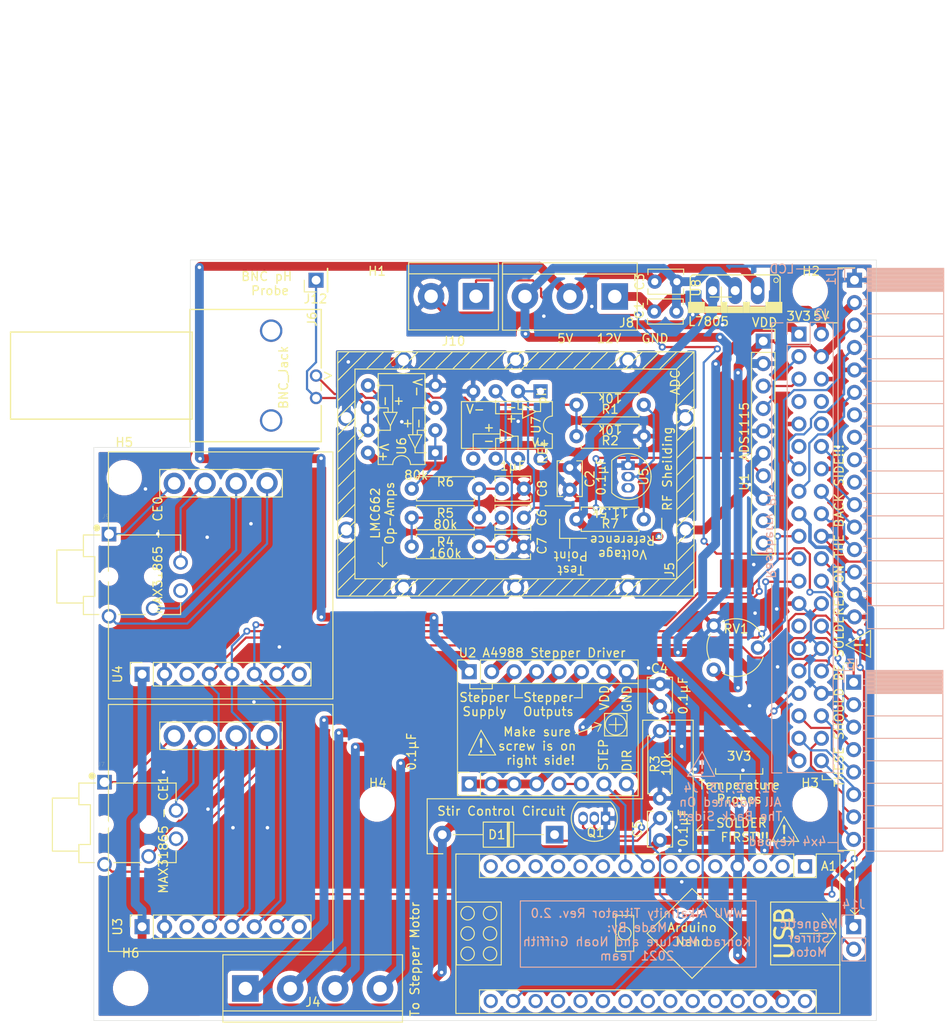
<source format=kicad_pcb>
(kicad_pcb (version 20171130) (host pcbnew "(5.1.9)-1")
  (title_block (title "WWU Alkalinity Titrator") (date 2021-03-07) (rev 2.0) (company "Open Ocean Project") (comment 1 "Original Designer: Greg Birge") (comment 3 "Noah Griffith") (comment 4 "Konrad McClure"))
  (layers (0 F.Cu signal) (31 B.Cu signal) (34 B.Paste user hide) (35 F.Paste user hide) (36 B.SilkS user) (37 F.SilkS user) (38 B.Mask user) (39 F.Mask user) (44 Edge.Cuts user))
  (net 0 "")
  (net 1 /Arduino_VDD)
  (net 2 /Arduino_GND)
  (net 3 +3V3)
  (net 4 /SDA)
  (net 5 /SCL)
  (net 6 GND)
  (net 7 /MOSI)
  (net 8 /MISO)
  (net 9 /SCLK)
  (net 10 /CE1)
  (net 11 /CE0)
  (net 12 /DIR)
  (net 13 /STEP)
  (net 14 "Net-(J4-Pad2)")
  (net 15 "Net-(J4-Pad3)")
  (net 16 "Net-(J4-Pad1)")
  (net 17 "Net-(J4-Pad4)")
  (net 18 "Net-(J6-Pad1)")
  (net 19 "Net-(R1-Pad1)")
  (net 20 "Net-(U2-Pad5)")
  (net 21 "Net-(J12-Pad1)")
  (net 22 /PSU_12V)
  (net 23 "Net-(R1-Pad2)")
  (net 24 "Net-(C5-Pad2)")
  (net 25 /PWM)
  (net 26 /PSU_5V)
  (net 27 "Net-(C6-Pad2)")
  (net 28 "Net-(C7-Pad1)")
  (net 29 +5V)
  (net 30 /PSU_GND)
  (net 31 /PSU_AGND)
  (net 32 /PSU_A5V)
  (net 33 /LCD_D7)
  (net 34 /LCD_RS)
  (net 35 /LCD_E)
  (net 36 /LCD_D6)
  (net 37 /LCD_D5)
  (net 38 /LCD_D4)
  (net 39 /KeyCol_1)
  (net 40 /KeyRow_1)
  (net 41 /KeyRow_2)
  (net 42 /KeyRow_3)
  (net 43 /KeyCol_2)
  (net 44 /KeyRow_4)
  (net 45 /KeyCol_3)
  (net 46 /KeyCol_4)
  (net 47 /LCD_OV)
  (net 48 "Net-(C8-Pad1)")
  (net 49 "Net-(R6-Pad2)")
  (net 50 "Net-(C6-Pad1)")
  (net 51 "Net-(J7-Pad4)")
  (net 52 "Net-(J7-Pad3)")
  (net 53 "Net-(J7-Pad2)")
  (net 54 "Net-(J7-Pad1)")
  (net 55 "Net-(J9-Pad1)")
  (net 56 "Net-(J9-Pad2)")
  (net 57 "Net-(J9-Pad3)")
  (net 58 "Net-(J9-Pad4)")
  (net 59 "Net-(A1-Pad1)")
  (net 60 "Net-(A1-Pad2)")
  (net 61 "Net-(A1-Pad18)")
  (net 62 "Net-(A1-Pad3)")
  (net 63 "Net-(A1-Pad19)")
  (net 64 "Net-(A1-Pad20)")
  (net 65 "Net-(A1-Pad5)")
  (net 66 "Net-(A1-Pad21)")
  (net 67 "Net-(A1-Pad6)")
  (net 68 "Net-(A1-Pad22)")
  (net 69 "Net-(A1-Pad7)")
  (net 70 "Net-(A1-Pad23)")
  (net 71 "Net-(A1-Pad24)")
  (net 72 "Net-(A1-Pad25)")
  (net 73 "Net-(A1-Pad10)")
  (net 74 "Net-(A1-Pad26)")
  (net 75 "Net-(A1-Pad11)")
  (net 76 "Net-(A1-Pad27)")
  (net 77 "Net-(A1-Pad12)")
  (net 78 "Net-(A1-Pad28)")
  (net 79 "Net-(A1-Pad13)")
  (net 80 "Net-(A1-Pad14)")
  (net 81 "Net-(A1-Pad30)")
  (net 82 "Net-(A1-Pad15)")
  (net 83 "Net-(A1-Pad16)")
  (net 84 "Net-(J1-Pad7)")
  (net 85 "Net-(J1-Pad8)")
  (net 86 "Net-(J1-Pad9)")
  (net 87 "Net-(J1-Pad10)")
  (net 88 "Net-(J2-Pad7)")
  (net 89 "Net-(J2-Pad8)")
  (net 90 "Net-(J2-Pad10)")
  (net 91 "Net-(J2-Pad11)")
  (net 92 "Net-(J2-Pad27)")
  (net 93 "Net-(J10-Pad1)")
  (net 94 "Net-(J6-Pad4)")
  (net 95 "Net-(J6-Pad3)")
  (net 96 "Net-(J7-Pad5)")
  (net 97 "Net-(J9-Pad5)")
  (net 98 "Net-(U1-Pad10)")
  (net 99 "Net-(U1-Pad9)")
  (net 100 "Net-(U3-Pad8)")
  (net 101 "Net-(U3-Pad3)")
  (net 102 "Net-(U4-Pad3)")
  (net 103 "Net-(U4-Pad8)")
  (net 104 "Net-(U5-Pad3)")
  (net 105 "Net-(U7-Pad5)")
  (net 106 "Net-(U7-Pad6)")
  (net 107 "Net-(U7-Pad7)")
  (module Titrator_Footprints:CUI_SJ-43515TS (layer F.Cu) (at 104.267 120.523)
    (fp_text reference J7 (at -2.979863 -6.813626) (layer F.SilkS) (effects (font (size 0.480623 0.480623) (thickness 0.015))))
    (fp_text value SJ-43515TS)
    (pad 1 thru_hole rect (at -2.6 -4.8) (size 1.65 1.65) (drill 1.1) (layers *.Cu *.Mask) (net 54 "Net-(J7-Pad1)"))
    (pad 2 thru_hole circle (at 2.4 3.6) (size 1.65 1.65) (drill 1.1) (layers *.Cu *.Mask) (net 53 "Net-(J7-Pad2)"))
    (pad 3 thru_hole circle (at 5.5 -1.6) (size 1.65 1.65) (drill 1.1) (layers *.Cu *.Mask) (net 52 "Net-(J7-Pad3)"))
    (pad 4 thru_hole circle (at -2.6 4.5) (size 1.65 1.65) (drill 1.1) (layers *.Cu *.Mask) (net 51 "Net-(J7-Pad4)"))
    (pad None np_thru_hole circle (at -2.6 0) (size 1.1 1.1) (drill 1.1) (layers *.Cu *.Mask))
    (pad None np_thru_hole circle (at 2.4 0) (size 1.1 1.1) (drill 1.1) (layers *.Cu *.Mask))
    (pad 5 thru_hole circle (at 5.5 1.6) (size 1.65 1.65) (drill 1.1) (layers *.Cu *.Mask) (net 96 "Net-(J7-Pad5)"))
  )
  (module Titrator_Footprints:CUI_SJ-43515TS (layer F.Cu) (at 104.775 92.456)
    (fp_text reference J9 (at -2.979863 -6.813626) (layer F.SilkS) (effects (font (size 0.480623 0.480623) (thickness 0.015))))
    (fp_text value SJ-43515TS)
    (pad 1 thru_hole rect (at -2.6 -4.8) (size 1.65 1.65) (drill 1.1) (layers *.Cu *.Mask) (net 55 "Net-(J9-Pad1)"))
    (pad 2 thru_hole circle (at 2.4 3.6) (size 1.65 1.65) (drill 1.1) (layers *.Cu *.Mask) (net 56 "Net-(J9-Pad2)"))
    (pad 3 thru_hole circle (at 5.5 -1.6) (size 1.65 1.65) (drill 1.1) (layers *.Cu *.Mask) (net 57 "Net-(J9-Pad3)"))
    (pad 4 thru_hole circle (at -2.6 4.5) (size 1.65 1.65) (drill 1.1) (layers *.Cu *.Mask) (net 58 "Net-(J9-Pad4)"))
    (pad None np_thru_hole circle (at -2.6 0) (size 1.1 1.1) (drill 1.1) (layers *.Cu *.Mask))
    (pad None np_thru_hole circle (at 2.4 0) (size 1.1 1.1) (drill 1.1) (layers *.Cu *.Mask))
    (pad 5 thru_hole circle (at 5.5 1.6) (size 1.65 1.65) (drill 1.1) (layers *.Cu *.Mask) (net 97 "Net-(J9-Pad5)"))
  )
  (module Titrator_Footprints:MAX31865 (layer F.Cu) (at 114.808 103.505 90)
    (fp_text reference U4 (at 0 -11.66 90) (layer F.SilkS))
    (fp_text value MAX31865_BO)
    (pad 1 thru_hole rect (at 0 -8.89 90) (size 1.7 1.7) (drill 1) (layers *.Cu *.Mask) (net 3 +3V3))
    (pad 2 thru_hole oval (at 0 -6.35 90) (size 1.7 1.7) (drill 1) (layers *.Cu *.Mask) (net 6 GND))
    (pad 3 thru_hole oval (at 0 -3.81 90) (size 1.7 1.7) (drill 1) (layers *.Cu *.Mask) (net 102 "Net-(U4-Pad3)"))
    (pad 4 thru_hole oval (at 0 -1.27 90) (size 1.7 1.7) (drill 1) (layers *.Cu *.Mask) (net 9 /SCLK))
    (pad 5 thru_hole oval (at 0 1.27 90) (size 1.7 1.7) (drill 1) (layers *.Cu *.Mask) (net 7 /MOSI))
    (pad 6 thru_hole oval (at 0 3.81 90) (size 1.7 1.7) (drill 1) (layers *.Cu *.Mask) (net 8 /MISO))
    (pad 7 thru_hole oval (at 0 6.35 90) (size 1.7 1.7) (drill 1) (layers *.Cu *.Mask) (net 10 /CE1))
    (pad 8 thru_hole oval (at 0 8.89 90) (size 1.7 1.7) (drill 1) (layers *.Cu *.Mask) (net 103 "Net-(U4-Pad8)"))
    (pad 9 thru_hole circle (at 21.59 -5.25 90) (size 2.4 2.4) (drill 1.4224) (layers *.Cu *.Mask) (net 55 "Net-(J9-Pad1)"))
    (pad 10 thru_hole circle (at 21.59 -1.75 90) (size 2.4 2.4) (drill 1.4224) (layers *.Cu *.Mask) (net 57 "Net-(J9-Pad3)"))
    (pad 11 thru_hole circle (at 21.59 1.75 90) (size 2.4 2.4) (drill 1.4224) (layers *.Cu *.Mask) (net 56 "Net-(J9-Pad2)"))
    (pad 12 thru_hole circle (at 21.64 5.25 90) (size 2.4 2.4) (drill 1.4224) (layers *.Cu *.Mask) (net 58 "Net-(J9-Pad4)"))
  )
  (module Titrator_Footprints:MAX31865 (layer F.Cu) (at 114.808 132.08 90)
    (fp_text reference U3 (at 0 -11.66 90) (layer F.SilkS))
    (fp_text value MAX31865_BO)
    (pad 12 thru_hole circle (at 21.64 5.25 90) (size 2.4 2.4) (drill 1.4224) (layers *.Cu *.Mask) (net 51 "Net-(J7-Pad4)"))
    (pad 11 thru_hole circle (at 21.59 1.75 90) (size 2.4 2.4) (drill 1.4224) (layers *.Cu *.Mask) (net 53 "Net-(J7-Pad2)"))
    (pad 10 thru_hole circle (at 21.59 -1.75 90) (size 2.4 2.4) (drill 1.4224) (layers *.Cu *.Mask) (net 52 "Net-(J7-Pad3)"))
    (pad 9 thru_hole circle (at 21.59 -5.25 90) (size 2.4 2.4) (drill 1.4224) (layers *.Cu *.Mask) (net 54 "Net-(J7-Pad1)"))
    (pad 8 thru_hole oval (at 0 8.89 90) (size 1.7 1.7) (drill 1) (layers *.Cu *.Mask) (net 100 "Net-(U3-Pad8)"))
    (pad 7 thru_hole oval (at 0 6.35 90) (size 1.7 1.7) (drill 1) (layers *.Cu *.Mask) (net 11 /CE0))
    (pad 6 thru_hole oval (at 0 3.81 90) (size 1.7 1.7) (drill 1) (layers *.Cu *.Mask) (net 8 /MISO))
    (pad 5 thru_hole oval (at 0 1.27 90) (size 1.7 1.7) (drill 1) (layers *.Cu *.Mask) (net 7 /MOSI))
    (pad 4 thru_hole oval (at 0 -1.27 90) (size 1.7 1.7) (drill 1) (layers *.Cu *.Mask) (net 9 /SCLK))
    (pad 3 thru_hole oval (at 0 -3.81 90) (size 1.7 1.7) (drill 1) (layers *.Cu *.Mask) (net 101 "Net-(U3-Pad3)"))
    (pad 2 thru_hole oval (at 0 -6.35 90) (size 1.7 1.7) (drill 1) (layers *.Cu *.Mask) (net 6 GND))
    (pad 1 thru_hole rect (at 0 -8.89 90) (size 1.7 1.7) (drill 1) (layers *.Cu *.Mask) (net 3 +3V3))
  )
  (module Titrator_Footprints:BNC_Jack (layer F.Cu) (at 125.603 69.723 90)
    (fp_text reference J6 (at 6.394 -0.443 90) (layer F.SilkS))
    (fp_text value BNC_Jack (at -0.21 -3.683 90) (layer F.SilkS))
    (pad 4 thru_hole circle (at 5.08 -5.08 90) (size 2.54 2.54) (drill 2.032) (layers *.Cu *.Mask) (net 94 "Net-(J6-Pad4)"))
    (pad 3 thru_hole circle (at -5.08 -5.08 90) (size 2.54 2.54) (drill 2.032) (layers *.Cu *.Mask) (net 95 "Net-(J6-Pad3)"))
    (pad 2 thru_hole circle (at -2.54 0 90) (size 1.397 1.397) (drill 0.889) (layers *.Cu *.Mask) (net 21 "Net-(J12-Pad1)"))
    (pad 1 thru_hole circle (at 0 0 90) (size 1.397 1.397) (drill 0.889) (layers *.Cu *.Mask) (net 18 "Net-(J6-Pad1)"))
  )
  (module Titrator_Footprints:44-CBSA-1.0X1.5X0.4 (layer F.Cu) (at 148.209 81.661 180)
    (fp_text reference J5 (at -17.399 -10.033 90) (layer F.SilkS))
    (fp_text value RF_Shield_Two_Pieces)
    (pad 1 thru_hole circle (at 19.18208 -5.52704 180) (size 1.905 1.905) (drill 1.27) (layers *.Cu *.Mask) (net 31 /PSU_AGND))
    (pad 1 thru_hole circle (at 19.18208 7.17296 180) (size 1.905 1.905) (drill 1.27) (layers *.Cu *.Mask) (net 31 /PSU_AGND))
    (pad 1 thru_hole circle (at 0.02032 13.67536 180) (size 1.905 1.905) (drill 1.27) (layers *.Cu *.Mask) (net 31 /PSU_AGND))
    (pad 1 thru_hole circle (at 12.72032 13.67536 180) (size 1.905 1.905) (drill 1.27) (layers *.Cu *.Mask) (net 31 /PSU_AGND))
    (pad 1 thru_hole circle (at -12.67968 13.67536 180) (size 1.905 1.905) (drill 1.27) (layers *.Cu *.Mask) (net 31 /PSU_AGND))
    (pad 1 thru_hole circle (at -19.18208 7.17296 180) (size 1.905 1.905) (drill 1.27) (layers *.Cu *.Mask) (net 31 /PSU_AGND))
    (pad 1 thru_hole circle (at -19.18208 -5.52704 180) (size 1.905 1.905) (drill 1.27) (layers *.Cu *.Mask) (net 31 /PSU_AGND))
    (pad 1 thru_hole circle (at 12.72032 -12.02944 180) (size 1.905 1.905) (drill 1.27) (layers *.Cu *.Mask) (net 31 /PSU_AGND))
    (pad 1 thru_hole circle (at 0.02032 -12.02944 180) (size 1.905 1.905) (drill 1.27) (layers *.Cu *.Mask) (net 31 /PSU_AGND))
    (pad 1 thru_hole circle (at -12.67968 -12.02944 180) (size 1.905 1.905) (drill 1.27) (layers *.Cu *.Mask) (net 31 /PSU_AGND))
  )
  (module Resistor_THT:R_Axial_DIN0207_L6.3mm_D2.5mm_P7.62mm_Horizontal (layer F.Cu) (at 144.05 82.525 180)
    (fp_text reference R6 (at 3.81 0.762) (layer F.SilkS))
    (fp_text value 80k)
    (pad 1 thru_hole circle (at 0 0 180) (size 1.6 1.6) (drill 0.8) (layers *.Cu *.Mask) (net 48 "Net-(C8-Pad1)"))
    (pad 2 thru_hole oval (at 7.62 0 180) (size 1.6 1.6) (drill 0.8) (layers *.Cu *.Mask) (net 49 "Net-(R6-Pad2)"))
  )
  (module TerminalBlock:TerminalBlock_bornier-3_P5.08mm (layer F.Cu) (at 159.4 60.775 180)
    (fp_text reference J8 (at -1.345 -2.978) (layer F.SilkS))
    (fp_text value Screw_Terminal_01x03)
    (pad 1 thru_hole rect (at 0 0 180) (size 3 3) (drill 1.52) (layers *.Cu *.Mask) (net 26 /PSU_5V))
    (pad 2 thru_hole circle (at 5.08 0 180) (size 3 3) (drill 1.52) (layers *.Cu *.Mask) (net 22 /PSU_12V))
    (pad 3 thru_hole circle (at 10.16 0 180) (size 3 3) (drill 1.52) (layers *.Cu *.Mask) (net 30 /PSU_GND))
  )
  (module Resistor_THT:R_Axial_DIN0207_L6.3mm_D2.5mm_P7.62mm_Horizontal (layer F.Cu) (at 164.51 109.94 270)
    (fp_text reference R3 (at 3.725 0.553 90) (layer F.SilkS))
    (fp_text value 10k)
    (pad 1 thru_hole circle (at 0 0 270) (size 1.6 1.6) (drill 0.8) (layers *.Cu *.Mask) (net 25 /PWM))
    (pad 2 thru_hole oval (at 7.62 0 270) (size 1.6 1.6) (drill 0.8) (layers *.Cu *.Mask) (net 6 GND))
  )
  (module Package_TO_SOT_THT:TO-92_Inline (layer F.Cu) (at 158.3563 119.81434 180)
    (fp_text reference Q1 (at 1.1303 -1.59766) (layer F.SilkS))
    (fp_text value PN2222A)
    (pad 2 thru_hole oval (at 1.27 0 180) (size 1.05 1.5) (drill 0.75) (layers *.Cu *.Mask) (net 25 /PWM))
    (pad 3 thru_hole oval (at 2.54 0 180) (size 1.05 1.5) (drill 0.75) (layers *.Cu *.Mask) (net 24 "Net-(C5-Pad2)"))
    (pad 1 thru_hole rect (at 0 0 180) (size 1.05 1.5) (drill 0.75) (layers *.Cu *.Mask) (net 6 GND))
  )
  (module Titrator_Footprints:ADS1115_BO_Footprint (layer F.Cu) (at 176.2 65.825)
    (fp_text reference U1 (at -2.13614 15.9258 90) (layer F.SilkS))
    (fp_text value ADS1115_BO)
    (fp_text user ADS1115 (at -2.13614 10.2108 90) (layer F.SilkS))
    (fp_text user VDD (at 0.14986 -2.1082) (layer F.SilkS))
    (pad 10 thru_hole oval (at 0 22.86) (size 1.7 1.7) (drill 1) (layers *.Cu *.Mask) (net 98 "Net-(U1-Pad10)"))
    (pad 9 thru_hole oval (at 0 20.32) (size 1.7 1.7) (drill 1) (layers *.Cu *.Mask) (net 99 "Net-(U1-Pad9)"))
    (pad 8 thru_hole oval (at 0 17.78) (size 1.7 1.7) (drill 1) (layers *.Cu *.Mask) (net 31 /PSU_AGND))
    (pad 7 thru_hole oval (at 0 15.24) (size 1.7 1.7) (drill 1) (layers *.Cu *.Mask) (net 50 "Net-(C6-Pad1)"))
    (pad 6 thru_hole oval (at 0 12.7) (size 1.7 1.7) (drill 1) (layers *.Cu *.Mask) (net 31 /PSU_AGND))
    (pad 5 thru_hole oval (at 0 10.16) (size 1.7 1.7) (drill 1) (layers *.Cu *.Mask) (net 6 GND))
    (pad 4 thru_hole oval (at 0 7.62) (size 1.7 1.7) (drill 1) (layers *.Cu *.Mask) (net 4 /SDA))
    (pad 3 thru_hole oval (at 0 5.08) (size 1.7 1.7) (drill 1) (layers *.Cu *.Mask) (net 5 /SCL))
    (pad 2 thru_hole oval (at 0 2.54) (size 1.7 1.7) (drill 1) (layers *.Cu *.Mask) (net 6 GND))
    (pad 1 thru_hole rect (at 0 0) (size 1.7 1.7) (drill 1) (layers *.Cu *.Mask) (net 29 +5V))
  )
  (module Connector_PinSocket_2.54mm:PinSocket_2x20_P2.54mm_Vertical (layer B.Cu) (at 180.24 65.038 180)
    (fp_text reference J2 (at -2.64 2.3) (layer B.SilkS) (effects (justify mirror)))
    (fp_text value Raspberry_Pi_2_3)
    (pad 1 thru_hole rect (at 0 0 180) (size 1.7 1.7) (drill 1) (layers *.Cu *.Mask) (net 3 +3V3))
    (pad 2 thru_hole oval (at -2.54 0 180) (size 1.7 1.7) (drill 1) (layers *.Cu *.Mask) (net 26 /PSU_5V))
    (pad 3 thru_hole oval (at 0 -2.54 180) (size 1.7 1.7) (drill 1) (layers *.Cu *.Mask) (net 4 /SDA))
    (pad 4 thru_hole oval (at -2.54 -2.54 180) (size 1.7 1.7) (drill 1) (layers *.Cu *.Mask) (net 29 +5V))
    (pad 5 thru_hole oval (at 0 -5.08 180) (size 1.7 1.7) (drill 1) (layers *.Cu *.Mask) (net 5 /SCL))
    (pad 6 thru_hole oval (at -2.54 -5.08 180) (size 1.7 1.7) (drill 1) (layers *.Cu *.Mask) (net 6 GND))
    (pad 7 thru_hole oval (at 0 -7.62 180) (size 1.7 1.7) (drill 1) (layers *.Cu *.Mask) (net 88 "Net-(J2-Pad7)"))
    (pad 8 thru_hole oval (at -2.54 -7.62 180) (size 1.7 1.7) (drill 1) (layers *.Cu *.Mask) (net 89 "Net-(J2-Pad8)"))
    (pad 9 thru_hole oval (at 0 -10.16 180) (size 1.7 1.7) (drill 1) (layers *.Cu *.Mask) (net 6 GND))
    (pad 10 thru_hole oval (at -2.54 -10.16 180) (size 1.7 1.7) (drill 1) (layers *.Cu *.Mask) (net 90 "Net-(J2-Pad10)"))
    (pad 11 thru_hole oval (at 0 -12.7 180) (size 1.7 1.7) (drill 1) (layers *.Cu *.Mask) (net 91 "Net-(J2-Pad11)"))
    (pad 12 thru_hole oval (at -2.54 -12.7 180) (size 1.7 1.7) (drill 1) (layers *.Cu *.Mask) (net 38 /LCD_D4))
    (pad 13 thru_hole oval (at 0 -15.24 180) (size 1.7 1.7) (drill 1) (layers *.Cu *.Mask) (net 34 /LCD_RS))
    (pad 14 thru_hole oval (at -2.54 -15.24 180) (size 1.7 1.7) (drill 1) (layers *.Cu *.Mask) (net 6 GND))
    (pad 15 thru_hole oval (at 0 -17.78 180) (size 1.7 1.7) (drill 1) (layers *.Cu *.Mask) (net 35 /LCD_E))
    (pad 16 thru_hole oval (at -2.54 -17.78 180) (size 1.7 1.7) (drill 1) (layers *.Cu *.Mask) (net 37 /LCD_D5))
    (pad 17 thru_hole oval (at 0 -20.32 180) (size 1.7 1.7) (drill 1) (layers *.Cu *.Mask) (net 3 +3V3))
    (pad 18 thru_hole oval (at -2.54 -20.32 180) (size 1.7 1.7) (drill 1) (layers *.Cu *.Mask) (net 36 /LCD_D6))
    (pad 19 thru_hole oval (at 0 -22.86 180) (size 1.7 1.7) (drill 1) (layers *.Cu *.Mask) (net 7 /MOSI))
    (pad 20 thru_hole oval (at -2.54 -22.86 180) (size 1.7 1.7) (drill 1) (layers *.Cu *.Mask) (net 6 GND))
    (pad 21 thru_hole oval (at 0 -25.4 180) (size 1.7 1.7) (drill 1) (layers *.Cu *.Mask) (net 8 /MISO))
    (pad 22 thru_hole oval (at -2.54 -25.4 180) (size 1.7 1.7) (drill 1) (layers *.Cu *.Mask) (net 33 /LCD_D7))
    (pad 23 thru_hole oval (at 0 -27.94 180) (size 1.7 1.7) (drill 1) (layers *.Cu *.Mask) (net 9 /SCLK))
    (pad 24 thru_hole oval (at -2.54 -27.94 180) (size 1.7 1.7) (drill 1) (layers *.Cu *.Mask) (net 11 /CE0))
    (pad 25 thru_hole oval (at 0 -30.48 180) (size 1.7 1.7) (drill 1) (layers *.Cu *.Mask) (net 6 GND))
    (pad 26 thru_hole oval (at -2.54 -30.48 180) (size 1.7 1.7) (drill 1) (layers *.Cu *.Mask) (net 10 /CE1))
    (pad 27 thru_hole oval (at 0 -33.02 180) (size 1.7 1.7) (drill 1) (layers *.Cu *.Mask) (net 92 "Net-(J2-Pad27)"))
    (pad 28 thru_hole oval (at -2.54 -33.02 180) (size 1.7 1.7) (drill 1) (layers *.Cu *.Mask) (net 40 /KeyRow_1))
    (pad 29 thru_hole oval (at 0 -35.56 180) (size 1.7 1.7) (drill 1) (layers *.Cu *.Mask) (net 42 /KeyRow_3))
    (pad 30 thru_hole oval (at -2.54 -35.56 180) (size 1.7 1.7) (drill 1) (layers *.Cu *.Mask) (net 6 GND))
    (pad 31 thru_hole oval (at 0 -38.1 180) (size 1.7 1.7) (drill 1) (layers *.Cu *.Mask) (net 41 /KeyRow_2))
    (pad 32 thru_hole oval (at -2.54 -38.1 180) (size 1.7 1.7) (drill 1) (layers *.Cu *.Mask) (net 93 "Net-(J10-Pad1)"))
    (pad 33 thru_hole oval (at 0 -40.64 180) (size 1.7 1.7) (drill 1) (layers *.Cu *.Mask) (net 25 /PWM))
    (pad 34 thru_hole oval (at -2.54 -40.64 180) (size 1.7 1.7) (drill 1) (layers *.Cu *.Mask) (net 6 GND))
    (pad 35 thru_hole oval (at 0 -43.18 180) (size 1.7 1.7) (drill 1) (layers *.Cu *.Mask) (net 44 /KeyRow_4))
    (pad 36 thru_hole oval (at -2.54 -43.18 180) (size 1.7 1.7) (drill 1) (layers *.Cu *.Mask) (net 39 /KeyCol_1))
    (pad 37 thru_hole oval (at 0 -45.72 180) (size 1.7 1.7) (drill 1) (layers *.Cu *.Mask) (net 43 /KeyCol_2))
    (pad 38 thru_hole oval (at -2.54 -45.72 180) (size 1.7 1.7) (drill 1) (layers *.Cu *.Mask) (net 45 /KeyCol_3))
    (pad 39 thru_hole oval (at 0 -48.26 180) (size 1.7 1.7) (drill 1) (layers *.Cu *.Mask) (net 30 /PSU_GND))
    (pad 40 thru_hole oval (at -2.54 -48.26 180) (size 1.7 1.7) (drill 1) (layers *.Cu *.Mask) (net 46 /KeyCol_4))
  )
  (module Titrator_Footprints:A4988_BO_Footprint (layer F.Cu) (at 142.93342 115.92814 90)
    (fp_text reference U2 (at 14.83614 -0.18542 180) (layer F.SilkS))
    (fp_text value A4988_BO)
    (pad 8 thru_hole oval (at 0 17.78 90) (size 1.7 1.7) (drill 1) (layers *.Cu *.Mask) (net 12 /DIR))
    (pad 7 thru_hole oval (at 0 15.24 90) (size 1.7 1.7) (drill 1) (layers *.Cu *.Mask) (net 13 /STEP))
    (pad 6 thru_hole oval (at 0 12.7 90) (size 1.7 1.7) (drill 1) (layers *.Cu *.Mask) (net 20 "Net-(U2-Pad5)"))
    (pad 5 thru_hole oval (at 0 10.16 90) (size 1.7 1.7) (drill 1) (layers *.Cu *.Mask) (net 20 "Net-(U2-Pad5)"))
    (pad 4 thru_hole oval (at 0 7.62 90) (size 1.7 1.7) (drill 1) (layers *.Cu *.Mask) (net 2 /Arduino_GND))
    (pad 3 thru_hole oval (at 0 5.08 90) (size 1.7 1.7) (drill 1) (layers *.Cu *.Mask) (net 2 /Arduino_GND))
    (pad 2 thru_hole oval (at 0 2.54 90) (size 1.7 1.7) (drill 1) (layers *.Cu *.Mask) (net 2 /Arduino_GND))
    (pad 1 thru_hole rect (at 0 0 90) (size 1.7 1.7) (drill 1) (layers *.Cu *.Mask) (net 2 /Arduino_GND))
    (pad 9 thru_hole rect (at 12.7 0 90) (size 1.7 1.7) (drill 1) (layers *.Cu *.Mask) (net 22 /PSU_12V))
    (pad 12 thru_hole oval (at 12.7 7.62 90) (size 1.7 1.7) (drill 1) (layers *.Cu *.Mask) (net 14 "Net-(J4-Pad2)"))
    (pad 16 thru_hole oval (at 12.7 17.78 90) (size 1.7 1.7) (drill 1) (layers *.Cu *.Mask) (net 2 /Arduino_GND))
    (pad 15 thru_hole oval (at 12.7 15.24 90) (size 1.7 1.7) (drill 1) (layers *.Cu *.Mask) (net 1 /Arduino_VDD))
    (pad 14 thru_hole oval (at 12.7 12.7 90) (size 1.7 1.7) (drill 1) (layers *.Cu *.Mask) (net 17 "Net-(J4-Pad4)"))
    (pad 13 thru_hole oval (at 12.7 10.16 90) (size 1.7 1.7) (drill 1) (layers *.Cu *.Mask) (net 15 "Net-(J4-Pad3)"))
    (pad 10 thru_hole oval (at 12.7 2.54 90) (size 1.7 1.7) (drill 1) (layers *.Cu *.Mask) (net 30 /PSU_GND))
    (pad 11 thru_hole oval (at 12.7 5.08 90) (size 1.7 1.7) (drill 1) (layers *.Cu *.Mask) (net 16 "Net-(J4-Pad1)"))
  )
  (module TerminalBlock:TerminalBlock_bornier-4_P5.08mm (layer F.Cu) (at 117.602 139.065)
    (fp_text reference J4 (at 7.6454 1.5494) (layer F.SilkS))
    (fp_text value Screw_Terminal_01x04_titrator)
    (pad 2 thru_hole circle (at 5.08 0) (size 3 3) (drill 1.52) (layers *.Cu *.Mask) (net 14 "Net-(J4-Pad2)"))
    (pad 3 thru_hole circle (at 10.16 0) (size 3 3) (drill 1.52) (layers *.Cu *.Mask) (net 15 "Net-(J4-Pad3)"))
    (pad 1 thru_hole rect (at 0 0) (size 3 3) (drill 1.52) (layers *.Cu *.Mask) (net 16 "Net-(J4-Pad1)"))
    (pad 4 thru_hole circle (at 15.24 0) (size 3 3) (drill 1.52) (layers *.Cu *.Mask) (net 17 "Net-(J4-Pad4)"))
  )
  (module Diode_THT:D_T-1_P12.70mm_Horizontal (layer F.Cu) (at 152.59 121.66 180)
    (fp_text reference D1 (at 6.54 -0.006) (layer F.SilkS))
    (fp_text value DIODE)
    (pad 2 thru_hole oval (at 12.7 0 180) (size 2 2) (drill 1) (layers *.Cu *.Mask) (net 3 +3V3))
    (pad 1 thru_hole rect (at 0 0 180) (size 2 2) (drill 1) (layers *.Cu *.Mask) (net 24 "Net-(C5-Pad2)"))
  )
  (module Resistor_THT:R_Axial_DIN0207_L6.3mm_D2.5mm_P7.62mm_Horizontal (layer F.Cu) (at 155.067 76.581)
    (fp_text reference R2 (at 3.81 0.508) (layer F.SilkS))
    (fp_text value 10k)
    (pad 2 thru_hole oval (at 7.62 0) (size 1.6 1.6) (drill 0.8) (layers *.Cu *.Mask) (net 31 /PSU_AGND))
    (pad 1 thru_hole circle (at 0 0) (size 1.6 1.6) (drill 0.8) (layers *.Cu *.Mask) (net 23 "Net-(R1-Pad2)"))
  )
  (module Capacitor_THT:C_Disc_D3.8mm_W2.6mm_P2.50mm (layer F.Cu) (at 154.305 80.137 270)
    (fp_text reference C2 (at 1.27 -2.286 90) (layer F.SilkS))
    (fp_text value 0.1uF)
    (pad 2 thru_hole circle (at 2.5 0 270) (size 1.6 1.6) (drill 0.8) (layers *.Cu *.Mask) (net 31 /PSU_AGND))
    (pad 1 thru_hole circle (at 0 0 270) (size 1.6 1.6) (drill 0.8) (layers *.Cu *.Mask) (net 32 /PSU_A5V))
  )
  (module Connector_PinHeader_2.54mm:PinHeader_1x01_P2.54mm_Vertical (layer F.Cu) (at 125.603 58.928 90)
    (fp_text reference J12 (at -2.114 -0.062 180) (layer F.SilkS))
    (fp_text value V_OFFSET)
    (pad 1 thru_hole rect (at 0 0 90) (size 1.7 1.7) (drill 1) (layers *.Cu *.Mask) (net 21 "Net-(J12-Pad1)"))
  )
  (module Resistor_THT:R_Axial_DIN0207_L6.3mm_D2.5mm_P7.62mm_Horizontal (layer F.Cu) (at 162.687 73.025 180)
    (fp_text reference R1 (at 3.81 -0.508) (layer F.SilkS))
    (fp_text value 10k)
    (pad 1 thru_hole circle (at 0 0 180) (size 1.6 1.6) (drill 0.8) (layers *.Cu *.Mask) (net 19 "Net-(R1-Pad1)"))
    (pad 2 thru_hole oval (at 7.62 0 180) (size 1.6 1.6) (drill 0.8) (layers *.Cu *.Mask) (net 23 "Net-(R1-Pad2)"))
  )
  (module Package_DIP:DIP-8_W7.62mm (layer F.Cu) (at 139.092 78.452 180)
    (fp_text reference U6 (at 3.81 0.762 270) (layer F.SilkS))
    (fp_text value LMC662)
    (pad 8 thru_hole oval (at 7.62 0 180) (size 1.6 1.6) (drill 0.8) (layers *.Cu *.Mask) (net 32 /PSU_A5V))
    (pad 4 thru_hole oval (at 0 7.62 180) (size 1.6 1.6) (drill 0.8) (layers *.Cu *.Mask) (net 31 /PSU_AGND))
    (pad 7 thru_hole oval (at 7.62 2.54 180) (size 1.6 1.6) (drill 0.8) (layers *.Cu *.Mask) (net 21 "Net-(J12-Pad1)"))
    (pad 3 thru_hole oval (at 0 5.08 180) (size 1.6 1.6) (drill 0.8) (layers *.Cu *.Mask) (net 18 "Net-(J6-Pad1)"))
    (pad 6 thru_hole oval (at 7.62 5.08 180) (size 1.6 1.6) (drill 0.8) (layers *.Cu *.Mask) (net 21 "Net-(J12-Pad1)"))
    (pad 2 thru_hole oval (at 0 2.54 180) (size 1.6 1.6) (drill 0.8) (layers *.Cu *.Mask) (net 49 "Net-(R6-Pad2)"))
    (pad 5 thru_hole oval (at 7.62 7.62 180) (size 1.6 1.6) (drill 0.8) (layers *.Cu *.Mask) (net 23 "Net-(R1-Pad2)"))
    (pad 1 thru_hole rect (at 0 0 180) (size 1.6 1.6) (drill 0.8) (layers *.Cu *.Mask) (net 49 "Net-(R6-Pad2)"))
  )
  (module Capacitor_THT:C_Disc_D3.8mm_W2.6mm_P2.50mm (layer F.Cu) (at 164.52 122.29 90)
    (fp_text reference C5 (at 1.25 -2.55 90) (layer F.SilkS))
    (fp_text value 0.1uF)
    (pad 1 thru_hole circle (at 0 0 90) (size 1.6 1.6) (drill 0.8) (layers *.Cu *.Mask) (net 3 +3V3))
    (pad 2 thru_hole circle (at 2.5 0 90) (size 1.6 1.6) (drill 0.8) (layers *.Cu *.Mask) (net 24 "Net-(C5-Pad2)"))
  )
  (module Connector_PinSocket_2.54mm:PinSocket_1x02_P2.54mm_Vertical (layer B.Cu) (at 186.436 132.08 180)
    (fp_text reference J14 (at 0 2.54 180) (layer B.SilkS) (effects (justify mirror)))
    (fp_text value Conn_01x02)
    (pad 1 thru_hole rect (at 0 0 180) (size 1.7 1.7) (drill 1) (layers *.Cu *.Mask) (net 3 +3V3))
    (pad 2 thru_hole oval (at 0 -2.54 180) (size 1.7 1.7) (drill 1) (layers *.Cu *.Mask) (net 24 "Net-(C5-Pad2)"))
  )
  (module Capacitor_THT:C_Disc_D3.8mm_W2.6mm_P2.50mm (layer F.Cu) (at 149.121 85.8 180)
    (fp_text reference C6 (at -2.032 0 90) (layer F.SilkS))
    (fp_text value 1uF)
    (pad 1 thru_hole circle (at 0 0 180) (size 1.6 1.6) (drill 0.8) (layers *.Cu *.Mask) (net 50 "Net-(C6-Pad1)"))
    (pad 2 thru_hole circle (at 2.5 0 180) (size 1.6 1.6) (drill 0.8) (layers *.Cu *.Mask) (net 27 "Net-(C6-Pad2)"))
  )
  (module Capacitor_THT:C_Disc_D3.8mm_W2.6mm_P2.50mm (layer F.Cu) (at 146.6 89.1)
    (fp_text reference C7 (at 4.572 -0.10922 270) (layer F.SilkS))
    (fp_text value 1uF)
    (pad 2 thru_hole circle (at 2.5 0) (size 1.6 1.6) (drill 0.8) (layers *.Cu *.Mask) (net 31 /PSU_AGND))
    (pad 1 thru_hole circle (at 0 0) (size 1.6 1.6) (drill 0.8) (layers *.Cu *.Mask) (net 28 "Net-(C7-Pad1)"))
  )
  (module Resistor_THT:R_Axial_DIN0207_L6.3mm_D2.5mm_P7.62mm_Horizontal (layer F.Cu) (at 144.041 89.073 180)
    (fp_text reference R4 (at 3.81 0.508) (layer F.SilkS))
    (fp_text value 160k)
    (pad 2 thru_hole oval (at 7.62 0 180) (size 1.6 1.6) (drill 0.8) (layers *.Cu *.Mask) (net 27 "Net-(C6-Pad2)"))
    (pad 1 thru_hole circle (at 0 0 180) (size 1.6 1.6) (drill 0.8) (layers *.Cu *.Mask) (net 28 "Net-(C7-Pad1)"))
  )
  (module Package_DIP:DIP-8_W7.62mm (layer F.Cu) (at 151.003 71.501 270)
    (fp_text reference U7 (at 3.81 0.508 90) (layer F.SilkS))
    (fp_text value LMC662)
    (pad 1 thru_hole rect (at 0 0 270) (size 1.6 1.6) (drill 0.8) (layers *.Cu *.Mask) (net 50 "Net-(C6-Pad1)"))
    (pad 5 thru_hole oval (at 7.62 7.62 270) (size 1.6 1.6) (drill 0.8) (layers *.Cu *.Mask) (net 105 "Net-(U7-Pad5)"))
    (pad 2 thru_hole oval (at 0 2.54 270) (size 1.6 1.6) (drill 0.8) (layers *.Cu *.Mask) (net 50 "Net-(C6-Pad1)"))
    (pad 6 thru_hole oval (at 7.62 5.08 270) (size 1.6 1.6) (drill 0.8) (layers *.Cu *.Mask) (net 106 "Net-(U7-Pad6)"))
    (pad 3 thru_hole oval (at 0 5.08 270) (size 1.6 1.6) (drill 0.8) (layers *.Cu *.Mask) (net 28 "Net-(C7-Pad1)"))
    (pad 7 thru_hole oval (at 7.62 2.54 270) (size 1.6 1.6) (drill 0.8) (layers *.Cu *.Mask) (net 107 "Net-(U7-Pad7)"))
    (pad 4 thru_hole oval (at 0 7.62 270) (size 1.6 1.6) (drill 0.8) (layers *.Cu *.Mask) (net 31 /PSU_AGND))
    (pad 8 thru_hole oval (at 7.62 0 270) (size 1.6 1.6) (drill 0.8) (layers *.Cu *.Mask) (net 32 /PSU_A5V))
  )
  (module Module:Arduino_Nano (layer F.Cu) (at 180.925 125.25 270)
    (fp_text reference A1 (at -0.028 -2.717 180) (layer F.SilkS))
    (fp_text value Arduino_Nano_v3.x)
    (pad 1 thru_hole rect (at 0 0 270) (size 1.6 1.6) (drill 1) (layers *.Cu *.Mask) (net 59 "Net-(A1-Pad1)"))
    (pad 17 thru_hole oval (at 15.24 33.02 270) (size 1.6 1.6) (drill 1) (layers *.Cu *.Mask) (net 1 /Arduino_VDD))
    (pad 2 thru_hole oval (at 0 2.54 270) (size 1.6 1.6) (drill 1) (layers *.Cu *.Mask) (net 60 "Net-(A1-Pad2)"))
    (pad 18 thru_hole oval (at 15.24 30.48 270) (size 1.6 1.6) (drill 1) (layers *.Cu *.Mask) (net 61 "Net-(A1-Pad18)"))
    (pad 3 thru_hole oval (at 0 5.08 270) (size 1.6 1.6) (drill 1) (layers *.Cu *.Mask) (net 62 "Net-(A1-Pad3)"))
    (pad 19 thru_hole oval (at 15.24 27.94 270) (size 1.6 1.6) (drill 1) (layers *.Cu *.Mask) (net 63 "Net-(A1-Pad19)"))
    (pad 4 thru_hole oval (at 0 7.62 270) (size 1.6 1.6) (drill 1) (layers *.Cu *.Mask) (net 2 /Arduino_GND))
    (pad 20 thru_hole oval (at 15.24 25.4 270) (size 1.6 1.6) (drill 1) (layers *.Cu *.Mask) (net 64 "Net-(A1-Pad20)"))
    (pad 5 thru_hole oval (at 0 10.16 270) (size 1.6 1.6) (drill 1) (layers *.Cu *.Mask) (net 65 "Net-(A1-Pad5)"))
    (pad 21 thru_hole oval (at 15.24 22.86 270) (size 1.6 1.6) (drill 1) (layers *.Cu *.Mask) (net 66 "Net-(A1-Pad21)"))
    (pad 6 thru_hole oval (at 0 12.7 270) (size 1.6 1.6) (drill 1) (layers *.Cu *.Mask) (net 67 "Net-(A1-Pad6)"))
    (pad 22 thru_hole oval (at 15.24 20.32 270) (size 1.6 1.6) (drill 1) (layers *.Cu *.Mask) (net 68 "Net-(A1-Pad22)"))
    (pad 7 thru_hole oval (at 0 15.24 270) (size 1.6 1.6) (drill 1) (layers *.Cu *.Mask) (net 69 "Net-(A1-Pad7)"))
    (pad 23 thru_hole oval (at 15.24 17.78 270) (size 1.6 1.6) (drill 1) (layers *.Cu *.Mask) (net 70 "Net-(A1-Pad23)"))
    (pad 8 thru_hole oval (at 0 17.78 270) (size 1.6 1.6) (drill 1) (layers *.Cu *.Mask) (net 12 /DIR))
    (pad 24 thru_hole oval (at 15.24 15.24 270) (size 1.6 1.6) (drill 1) (layers *.Cu *.Mask) (net 71 "Net-(A1-Pad24)"))
    (pad 9 thru_hole oval (at 0 20.32 270) (size 1.6 1.6) (drill 1) (layers *.Cu *.Mask) (net 13 /STEP))
    (pad 25 thru_hole oval (at 15.24 12.7 270) (size 1.6 1.6) (drill 1) (layers *.Cu *.Mask) (net 72 "Net-(A1-Pad25)"))
    (pad 10 thru_hole oval (at 0 22.86 270) (size 1.6 1.6) (drill 1) (layers *.Cu *.Mask) (net 73 "Net-(A1-Pad10)"))
    (pad 26 thru_hole oval (at 15.24 10.16 270) (size 1.6 1.6) (drill 1) (layers *.Cu *.Mask) (net 74 "Net-(A1-Pad26)"))
    (pad 11 thru_hole oval (at 0 25.4 270) (size 1.6 1.6) (drill 1) (layers *.Cu *.Mask) (net 75 "Net-(A1-Pad11)"))
    (pad 27 thru_hole oval (at 15.24 7.62 270) (size 1.6 1.6) (drill 1) (layers *.Cu *.Mask) (net 76 "Net-(A1-Pad27)"))
    (pad 12 thru_hole oval (at 0 27.94 270) (size 1.6 1.6) (drill 1) (layers *.Cu *.Mask) (net 77 "Net-(A1-Pad12)"))
    (pad 28 thru_hole oval (at 15.24 5.08 270) (size 1.6 1.6) (drill 1) (layers *.Cu *.Mask) (net 78 "Net-(A1-Pad28)"))
    (pad 13 thru_hole oval (at 0 30.48 270) (size 1.6 1.6) (drill 1) (layers *.Cu *.Mask) (net 79 "Net-(A1-Pad13)"))
    (pad 29 thru_hole oval (at 15.24 2.54 270) (size 1.6 1.6) (drill 1) (layers *.Cu *.Mask) (net 2 /Arduino_GND))
    (pad 14 thru_hole oval (at 0 33.02 270) (size 1.6 1.6) (drill 1) (layers *.Cu *.Mask) (net 80 "Net-(A1-Pad14)"))
    (pad 30 thru_hole oval (at 15.24 0 270) (size 1.6 1.6) (drill 1) (layers *.Cu *.Mask) (net 81 "Net-(A1-Pad30)"))
    (pad 15 thru_hole oval (at 0 35.56 270) (size 1.6 1.6) (drill 1) (layers *.Cu *.Mask) (net 82 "Net-(A1-Pad15)"))
    (pad 16 thru_hole oval (at 15.24 35.56 270) (size 1.6 1.6) (drill 1) (layers *.Cu *.Mask) (net 83 "Net-(A1-Pad16)"))
  )
  (module Capacitor_THT:C_Disc_D3.8mm_W2.6mm_P2.50mm (layer F.Cu) (at 163.875 62.475)
    (fp_text reference C1 (at -1.705 -0.136 -90) (layer F.SilkS))
    (fp_text value 0.1uF)
    (pad 2 thru_hole circle (at 2.5 0) (size 1.6 1.6) (drill 0.8) (layers *.Cu *.Mask) (net 30 /PSU_GND))
    (pad 1 thru_hole circle (at 0 0) (size 1.6 1.6) (drill 0.8) (layers *.Cu *.Mask) (net 26 /PSU_5V))
  )
  (module Capacitor_THT:C_Disc_D3.8mm_W2.6mm_P2.50mm (layer F.Cu) (at 163.925 59.1)
    (fp_text reference C3 (at -1.705 0.012 -90) (layer F.SilkS))
    (fp_text value 0.1uF)
    (pad 1 thru_hole circle (at 0 0) (size 1.6 1.6) (drill 0.8) (layers *.Cu *.Mask) (net 22 /PSU_12V))
    (pad 2 thru_hole circle (at 2.5 0) (size 1.6 1.6) (drill 0.8) (layers *.Cu *.Mask) (net 30 /PSU_GND))
  )
  (module Capacitor_THT:C_Disc_D3.8mm_W2.6mm_P2.50mm (layer F.Cu) (at 164.5031 107.11942 90)
    (fp_text reference C4 (at 4.24942 -0.0381) (layer F.SilkS))
    (fp_text value .1uF)
    (pad 1 thru_hole circle (at 0 0 90) (size 1.6 1.6) (drill 0.8) (layers *.Cu *.Mask) (net 1 /Arduino_VDD))
    (pad 2 thru_hole circle (at 2.5 0 90) (size 1.6 1.6) (drill 0.8) (layers *.Cu *.Mask) (net 2 /Arduino_GND))
  )
  (module Potentiometer_THT:Potentiometer_Piher_PT-6-V_Vertical (layer F.Cu) (at 170.6 103)
    (fp_text reference RV1 (at 2.525 -4.626) (layer F.SilkS))
    (fp_text value R_POT)
    (pad 3 thru_hole circle (at 0 -5) (size 1.62 1.62) (drill 0.9) (layers *.Cu *.Mask) (net 6 GND))
    (pad 2 thru_hole circle (at 5 -2.5) (size 1.62 1.62) (drill 0.9) (layers *.Cu *.Mask) (net 47 /LCD_OV))
    (pad 1 thru_hole circle (at 0 0) (size 1.62 1.62) (drill 0.9) (layers *.Cu *.Mask) (net 29 +5V))
  )
  (module Titrator_Footprints:78XXS (layer F.Cu) (at 173.025 62.65 180)
    (fp_text reference U8 (at 4.415 2.856 270) (layer F.SilkS))
    (fp_text value L7805 (at 3.018 -0.954) (layer F.SilkS) (effects (font (size 1.00017 1.00017))))
    (fp_text user O (at 1.90647 3.81294) (layer Edge.Cuts) (effects (font (thickness 0.05))))
    (fp_text user I (at -3.17902 3.81483) (layer Edge.Cuts) (effects (font (thickness 0.05))))
    (fp_text user - (at -0.635343 3.81206) (layer Edge.Cuts) (effects (font (thickness 0.05))))
    (pad 3 thru_hole oval (at 2.54 2.54 270) (size 3.048 1.524) (drill 1.016) (layers *.Cu *.Mask) (net 32 /PSU_A5V))
    (pad 2 thru_hole oval (at 0 2.54 270) (size 3.048 1.524) (drill 1.016) (layers *.Cu *.Mask) (net 30 /PSU_GND))
    (pad 1 thru_hole oval (at -2.54 2.54 270) (size 3.048 1.524) (drill 1.016) (layers *.Cu *.Mask) (net 22 /PSU_12V))
  )
  (module Capacitor_THT:C_Disc_D3.8mm_W2.6mm_P2.50mm (layer F.Cu) (at 146.625 82.525)
    (fp_text reference C8 (at 4.572 0 90) (layer F.SilkS))
    (fp_text value 1uF)
    (pad 1 thru_hole circle (at 0 0) (size 1.6 1.6) (drill 0.8) (layers *.Cu *.Mask) (net 48 "Net-(C8-Pad1)"))
    (pad 2 thru_hole circle (at 2.5 0) (size 1.6 1.6) (drill 0.8) (layers *.Cu *.Mask) (net 31 /PSU_AGND))
  )
  (module Resistor_THT:R_Axial_DIN0207_L6.3mm_D2.5mm_P7.62mm_Horizontal (layer F.Cu) (at 136.421 85.8)
    (fp_text reference R5 (at 3.81 -0.508) (layer F.SilkS))
    (fp_text value 80k)
    (pad 1 thru_hole circle (at 0 0) (size 1.6 1.6) (drill 0.8) (layers *.Cu *.Mask) (net 27 "Net-(C6-Pad2)"))
    (pad 2 thru_hole oval (at 7.62 0) (size 1.6 1.6) (drill 0.8) (layers *.Cu *.Mask) (net 48 "Net-(C8-Pad1)"))
  )
  (module Resistor_THT:R_Axial_DIN0207_L6.3mm_D2.5mm_P7.62mm_Horizontal (layer F.Cu) (at 155.067 85.979)
    (fp_text reference R7 (at 3.81 0.508) (layer F.SilkS))
    (fp_text value 11.5k)
    (pad 1 thru_hole circle (at 0 0) (size 1.6 1.6) (drill 0.8) (layers *.Cu *.Mask) (net 32 /PSU_A5V))
    (pad 2 thru_hole oval (at 7.62 0) (size 1.6 1.6) (drill 0.8) (layers *.Cu *.Mask) (net 19 "Net-(R1-Pad1)"))
  )
  (module Package_TO_SOT_THT:TO-92_Inline (layer F.Cu) (at 160.909 79.883 270)
    (fp_text reference U5 (at 1.27 -1.778 90) (layer F.SilkS))
    (fp_text value LT1634)
    (pad 2 thru_hole oval (at 1.27 0 270) (size 1.05 1.5) (drill 0.75) (layers *.Cu *.Mask) (net 19 "Net-(R1-Pad1)"))
    (pad 3 thru_hole oval (at 2.54 0 270) (size 1.05 1.5) (drill 0.75) (layers *.Cu *.Mask) (net 104 "Net-(U5-Pad3)"))
    (pad 1 thru_hole rect (at 0 0 270) (size 1.05 1.5) (drill 0.75) (layers *.Cu *.Mask) (net 31 /PSU_AGND))
  )
  (module Connector_PinSocket_2.54mm:PinSocket_1x16_P2.54mm_Horizontal (layer B.Cu) (at 186.525 58.925 180)
    (fp_text reference J1 (at 2.629 0.251 90) (layer B.SilkS) (effects (justify mirror)))
    (fp_text value Conn_01x16)
    (pad 1 thru_hole rect (at 0 0 180) (size 1.7 1.7) (drill 1) (layers *.Cu *.Mask) (net 6 GND))
    (pad 2 thru_hole oval (at 0 -2.54 180) (size 1.7 1.7) (drill 1) (layers *.Cu *.Mask) (net 29 +5V))
    (pad 3 thru_hole oval (at 0 -5.08 180) (size 1.7 1.7) (drill 1) (layers *.Cu *.Mask) (net 47 /LCD_OV))
    (pad 4 thru_hole oval (at 0 -7.62 180) (size 1.7 1.7) (drill 1) (layers *.Cu *.Mask) (net 34 /LCD_RS))
    (pad 5 thru_hole oval (at 0 -10.16 180) (size 1.7 1.7) (drill 1) (layers *.Cu *.Mask) (net 6 GND))
    (pad 6 thru_hole oval (at 0 -12.7 180) (size 1.7 1.7) (drill 1) (layers *.Cu *.Mask) (net 35 /LCD_E))
    (pad 7 thru_hole oval (at 0 -15.24 180) (size 1.7 1.7) (drill 1) (layers *.Cu *.Mask) (net 84 "Net-(J1-Pad7)"))
    (pad 8 thru_hole oval (at 0 -17.78 180) (size 1.7 1.7) (drill 1) (layers *.Cu *.Mask) (net 85 "Net-(J1-Pad8)"))
    (pad 9 thru_hole oval (at 0 -20.32 180) (size 1.7 1.7) (drill 1) (layers *.Cu *.Mask) (net 86 "Net-(J1-Pad9)"))
    (pad 10 thru_hole oval (at 0 -22.86 180) (size 1.7 1.7) (drill 1) (layers *.Cu *.Mask) (net 87 "Net-(J1-Pad10)"))
    (pad 11 thru_hole oval (at 0 -25.4 180) (size 1.7 1.7) (drill 1) (layers *.Cu *.Mask) (net 38 /LCD_D4))
    (pad 12 thru_hole oval (at 0 -27.94 180) (size 1.7 1.7) (drill 1) (layers *.Cu *.Mask) (net 37 /LCD_D5))
    (pad 13 thru_hole oval (at 0 -30.48 180) (size 1.7 1.7) (drill 1) (layers *.Cu *.Mask) (net 36 /LCD_D6))
    (pad 14 thru_hole oval (at 0 -33.02 180) (size 1.7 1.7) (drill 1) (layers *.Cu *.Mask) (net 33 /LCD_D7))
    (pad 15 thru_hole oval (at 0 -35.56 180) (size 1.7 1.7) (drill 1) (layers *.Cu *.Mask) (net 3 +3V3))
    (pad 16 thru_hole oval (at 0 -38.1 180) (size 1.7 1.7) (drill 1) (layers *.Cu *.Mask) (net 6 GND))
  )
  (module Connector_PinSocket_2.54mm:PinSocket_1x08_P2.54mm_Horizontal (layer B.Cu) (at 186.43092 104.41686 180)
    (fp_text reference J3 (at -0.00508 2.05486) (layer B.SilkS) (effects (justify mirror)))
    (fp_text value Conn_01x08)
    (pad 1 thru_hole rect (at 0 0 180) (size 1.7 1.7) (drill 1) (layers *.Cu *.Mask) (net 40 /KeyRow_1))
    (pad 2 thru_hole oval (at 0 -2.54 180) (size 1.7 1.7) (drill 1) (layers *.Cu *.Mask) (net 41 /KeyRow_2))
    (pad 3 thru_hole oval (at 0 -5.08 180) (size 1.7 1.7) (drill 1) (layers *.Cu *.Mask) (net 42 /KeyRow_3))
    (pad 4 thru_hole oval (at 0 -7.62 180) (size 1.7 1.7) (drill 1) (layers *.Cu *.Mask) (net 44 /KeyRow_4))
    (pad 5 thru_hole oval (at 0 -10.16 180) (size 1.7 1.7) (drill 1) (layers *.Cu *.Mask) (net 39 /KeyCol_1))
    (pad 6 thru_hole oval (at 0 -12.7 180) (size 1.7 1.7) (drill 1) (layers *.Cu *.Mask) (net 43 /KeyCol_2))
    (pad 7 thru_hole oval (at 0 -15.24 180) (size 1.7 1.7) (drill 1) (layers *.Cu *.Mask) (net 45 /KeyCol_3))
    (pad 8 thru_hole oval (at 0 -17.78 180) (size 1.7 1.7) (drill 1) (layers *.Cu *.Mask) (net 46 /KeyCol_4))
  )
  (module MountingHole:MountingHole_3mm (layer F.Cu) (at 132.5 60.14)
    (fp_text reference H1 (at 0 -2.228) (layer F.SilkS))
    (fp_text value MountingHole)
    (pad 1 np_thru_hole circle (at 0 0) (size 3 3) (drill 3) (layers *.Cu *.Mask))
  )
  (module MountingHole:MountingHole_3mm (layer F.Cu) (at 181.52 60.14)
    (fp_text reference H2 (at 0.09 -2.228) (layer F.SilkS))
    (fp_text value MountingHole)
    (pad 1 np_thru_hole circle (at 0 0) (size 3 3) (drill 3) (layers *.Cu *.Mask))
  )
  (module MountingHole:MountingHole_3mm (layer F.Cu) (at 181.5 118.2)
    (fp_text reference H3 (at 0 -2.376) (layer F.SilkS))
    (fp_text value MountingHole)
    (pad 1 np_thru_hole circle (at 0 0) (size 3 3) (drill 3) (layers *.Cu *.Mask))
  )
  (module MountingHole:MountingHole_3mm (layer F.Cu) (at 132.5 118.2)
    (fp_text reference H4 (at 0.088 -2.376) (layer F.SilkS))
    (fp_text value MountingHole)
    (pad 1 np_thru_hole circle (at 0 0) (size 3 3) (drill 3) (layers *.Cu *.Mask))
  )
  (module MountingHole:MountingHole_3mm (layer F.Cu) (at 103.9 81.275)
    (fp_text reference H5 (at 0 -4) (layer F.SilkS))
    (fp_text value MountingHole)
    (pad 1 np_thru_hole circle (at 0 0) (size 3 3) (drill 3) (layers *.Cu *.Mask))
  )
  (module MountingHole:MountingHole_3mm (layer F.Cu) (at 104.625 139.05)
    (fp_text reference H6 (at 0 -4) (layer F.SilkS))
    (fp_text value MountingHole)
    (pad 1 np_thru_hole circle (at 0 0) (size 3 3) (drill 3) (layers *.Cu *.Mask))
  )
  (module TerminalBlock:TerminalBlock_bornier-2_P5.08mm (layer F.Cu) (at 143.7 60.75 180)
    (fp_text reference J10 (at 2.54 -5.08) (layer F.SilkS))
    (fp_text value Screw_Terminal_01x02)
    (pad 1 thru_hole rect (at 0 0 180) (size 3 3) (drill 1.52) (layers *.Cu *.Mask) (net 93 "Net-(J10-Pad1)"))
    (pad 2 thru_hole circle (at 5.08 0 180) (size 3 3) (drill 1.52) (layers *.Cu *.Mask) (net 6 GND))
  )
  (gr_line (start 111.379 77.851) (end 111.379 56.636) (layer Edge.Cuts) (width 0.05))
  (gr_line (start 100.457 77.851) (end 111.379 77.851) (layer Edge.Cuts) (width 0.05))
  (gr_line (start 130.964 76.42) (end 130.456 75.912) (layer F.SilkS) (width 0.12))
  (gr_line (start 130.456 76.928) (end 130.964 76.42) (layer F.SilkS) (width 0.12))
  (gr_line (start 130.964 76.42) (end 130.456 76.928) (layer F.SilkS) (width 0.12))
  (gr_line (start 154.432 84.455) (end 151.511 84.455) (layer F.SilkS) (width 0.12))
  (gr_line (start 154.305 88.138) (end 154.305 89.281) (layer F.SilkS) (width 0.12))
  (gr_line (start 164.719 88.138) (end 164.719 85.852) (layer F.SilkS) (width 0.12))
  (gr_line (start 164.084 88.138) (end 164.719 88.138) (layer F.SilkS) (width 0.12))
  (gr_line (start 153.162 88.138) (end 153.162 85.979) (layer F.SilkS) (width 0.12))
  (gr_line (start 156.21 88.138) (end 153.162 88.138) (layer F.SilkS) (width 0.12))
  (gr_text "Test\nPoint" (at 154.432 90.932 180) (layer F.SilkS) (effects (font (size 1 1))))
  (gr_text "Voltage\nReference" (at 160.274 89.154 180) (layer F.SilkS) (effects (font (size 1 1))))
  (gr_text "- ADC" (at 166.243 71.501 90) (layer F.SilkS) (effects (font (size 1 1))))
  (gr_text 3V3 (at 173.482 112.776) (layer F.SilkS) (effects (font (size 1 1))))
  (gr_text "RF Sheilding" (at 165.354 80.264 90) (layer F.SilkS) (effects (font (size 1 1))))
  (gr_line (start 184.658 98.425) (end 185.039 98.425) (layer B.SilkS) (width 0.12))
  (gr_line (start 184.658 57.658) (end 184.658 98.425) (layer B.SilkS) (width 0.12))
  (gr_line (start 183.515 122.555) (end 184.658 122.555) (layer B.SilkS) (width 0.12))
  (gr_line (start 184.658 123.571) (end 185.293 123.571) (layer B.SilkS) (width 0.12))
  (gr_line (start 184.658 102.997) (end 184.658 123.571) (layer B.SilkS) (width 0.12))
  (gr_line (start 185.039 102.997) (end 184.658 102.997) (layer B.SilkS) (width 0.12))
  (gr_line (start 178.562 119.634) (end 177.165 122.428) (layer F.SilkS) (width 0.12))
  (gr_line (start 180.213 122.428) (end 178.562 119.634) (layer F.SilkS) (width 0.12))
  (gr_line (start 177.165 122.428) (end 180.213 122.428) (layer F.SilkS) (width 0.12))
  (gr_text ! (at 178.562 121.412) (layer F.SilkS) (effects (font (size 1.5 1.5))))
  (gr_line (start 157.861 109.22) (end 157.48 109.982) (layer F.SilkS) (width 0.12))
  (gr_line (start 157.861 109.22) (end 157.099 108.966) (layer F.SilkS) (width 0.12))
  (gr_line (start 154.94 110.236) (end 157.861 109.22) (layer F.SilkS) (width 0.12))
  (gr_text "Make sure \nscrew is on \nright side!" (at 151.003 111.633) (layer F.SilkS) (effects (font (size 1 1))))
  (gr_text ! (at 144.272 111.633) (layer F.SilkS) (effects (font (size 1.5 1.5))))
  (gr_line (start 144.272 109.855) (end 142.875 112.649) (layer F.SilkS) (width 0.12))
  (gr_line (start 145.923 112.649) (end 144.272 109.855) (layer F.SilkS) (width 0.12))
  (gr_line (start 142.875 112.649) (end 145.923 112.649) (layer F.SilkS) (width 0.12))
  (gr_line (start 158.242 110.49) (end 158.242 107.95) (layer F.SilkS) (width 0.12))
  (gr_line (start 160.782 110.49) (end 158.242 110.49) (layer F.SilkS) (width 0.12))
  (gr_line (start 160.782 107.95) (end 160.782 110.49) (layer F.SilkS) (width 0.12))
  (gr_line (start 158.242 107.95) (end 160.782 107.95) (layer F.SilkS) (width 0.12))
  (gr_line (start 186.563 130.683) (end 186.055 130.175) (layer F.SilkS) (width 0.12))
  (gr_line (start 186.563 130.683) (end 187.071 130.175) (layer F.SilkS) (width 0.12))
  (gr_line (start 186.563 123.444) (end 186.563 130.683) (layer F.SilkS) (width 0.12))
  (gr_line (start 186.436 102.235) (end 185.42 102.235) (layer F.SilkS) (width 0.12))
  (gr_line (start 186.436 103.124) (end 186.436 102.235) (layer F.SilkS) (width 0.12))
  (gr_line (start 183.515 63.754) (end 182.753 63.754) (layer F.SilkS) (width 0.12))
  (gr_line (start 185.293 57.531) (end 186.563 57.531) (layer F.SilkS) (width 0.12))
  (gr_line (start 184.277 63.754) (end 183.515 63.754) (layer F.SilkS) (width 0.12))
  (gr_line (start 185.547 123.444) (end 186.563 123.444) (layer F.SilkS) (width 0.12))
  (gr_line (start 182.88 115.443) (end 183.896 115.443) (layer F.SilkS) (width 0.12))
  (gr_line (start 182.88 114.935) (end 182.88 115.443) (layer F.SilkS) (width 0.12))
  (gr_line (start 184.658 123.444) (end 185.547 123.444) (layer F.SilkS) (width 0.12))
  (gr_line (start 184.658 116.713) (end 184.658 123.444) (layer F.SilkS) (width 0.12))
  (gr_line (start 184.658 57.531) (end 185.293 57.531) (layer F.SilkS) (width 0.12))
  (gr_line (start 184.658 63.754) (end 184.658 57.531) (layer F.SilkS) (width 0.12))
  (gr_line (start 184.658 63.754) (end 184.277 63.754) (layer F.SilkS) (width 0.12))
  (gr_line (start 184.658 77.216) (end 184.658 63.754) (layer F.SilkS) (width 0.12))
  (gr_text "THESE SHOULD BE SOLDERED ON THE BACK SIDE!!!" (at 184.785 96.901 90) (layer F.SilkS) (effects (font (size 1 1))))
  (gr_text ! (at 187.325 100.203 90) (layer F.SilkS) (effects (font (size 1.5 1.5))))
  (gr_line (start 185.547 100.203) (end 188.341 101.6) (layer F.SilkS) (width 0.12))
  (gr_line (start 188.341 101.6) (end 188.341 98.552) (layer F.SilkS) (width 0.12))
  (gr_line (start 188.341 98.552) (end 185.547 100.203) (layer F.SilkS) (width 0.12))
  (gr_line (start 175.387 136.652) (end 148.717 136.652) (layer B.SilkS) (width 0.12))
  (gr_line (start 148.717 136.652) (end 148.717 129.159) (layer B.SilkS) (width 0.12))
  (gr_line (start 175.387 129.159) (end 175.387 136.652) (layer B.SilkS) (width 0.12))
  (gr_line (start 148.717 129.159) (end 175.387 129.159) (layer B.SilkS) (width 0.12))
  (gr_text "WWU Alkalinity Titrator Rev. 2.0\nMade By:\nKonrad McClure and Noah Griffith\n2021 Team" (at 161.925 132.969) (layer B.SilkS) (effects (font (size 1 1)) (justify mirror)))
  (gr_text ! (at 169.291 114.046) (layer B.SilkS) (effects (font (size 1.5 1.5)) (justify mirror)))
  (gr_line (start 169.291 112.268) (end 170.688 115.062) (layer B.SilkS) (width 0.12))
  (gr_line (start 170.688 115.062) (end 167.64 115.062) (layer B.SilkS) (width 0.12))
  (gr_line (start 167.64 115.062) (end 169.291 112.268) (layer B.SilkS) (width 0.12))
  (gr_text "J1, J2, J3, J4\nAll Mounted On\nThe Back Side!!" (at 172.466 117.983) (layer B.SilkS) (effects (font (size 1 1)) (justify mirror)))
  (gr_line (start 177.165 114.681) (end 178.308 114.681) (layer B.SilkS) (width 0.12))
  (gr_line (start 177.165 93.345) (end 177.165 114.681) (layer B.SilkS) (width 0.12))
  (gr_line (start 177.165 63.754) (end 178.435 63.754) (layer B.SilkS) (width 0.12))
  (gr_line (start 177.165 82.423) (end 177.165 63.754) (layer B.SilkS) (width 0.12))
  (gr_text "Raspberry Pi" (at 177.038 87.884 270) (layer B.SilkS) (effects (font (size 1 1)) (justify mirror)))
  (gr_text "Magnetic\nStirrer\nMotor" (at 181.356 133.35) (layer B.SilkS) (effects (font (size 1 1)) (justify mirror)))
  (gr_text "4x4 Keypad" (at 178.943 122.428) (layer B.SilkS) (effects (font (size 1 1)) (justify mirror)))
  (gr_line (start 179.959 57.658) (end 185.166 57.658) (layer B.SilkS) (width 0.12))
  (gr_text LCD (at 178.308 57.658) (layer B.SilkS) (effects (font (size 1 1)) (justify mirror)))
  (gr_line (start 171.45 59.69) (end 171.45 62.103) (layer F.SilkS) (width 0.12))
  (gr_line (start 172.593 60.833) (end 170.18 60.833) (layer F.SilkS) (width 0.12))
  (gr_text 5V (at 182.753 62.992) (layer F.SilkS) (effects (font (size 1 1))))
  (gr_text 3V3 (at 180.213 62.992) (layer F.SilkS) (effects (font (size 1 1))))
  (gr_line (start 168.656 121.158) (end 169.291 121.793) (layer F.SilkS) (width 0.12))
  (gr_line (start 168.656 121.158) (end 169.291 120.523) (layer F.SilkS) (width 0.12))
  (gr_line (start 170.688 121.158) (end 168.656 121.158) (layer F.SilkS) (width 0.12))
  (gr_text "SOLDER \nFIRST!!!" (at 174.117 121.158) (layer F.SilkS) (effects (font (size 1 1))))
  (gr_line (start 168.275 108.712) (end 168.275 123.444) (layer F.SilkS) (width 0.12))
  (gr_line (start 166.624 108.712) (end 168.275 108.712) (layer F.SilkS) (width 0.12))
  (gr_line (start 162.56 108.712) (end 166.624 108.712) (layer F.SilkS) (width 0.12))
  (gr_line (start 162.56 117.602) (end 162.56 108.712) (layer F.SilkS) (width 0.12))
  (gr_line (start 138.176 117.602) (end 162.56 117.602) (layer F.SilkS) (width 0.12))
  (gr_line (start 138.176 123.825) (end 138.176 117.602) (layer F.SilkS) (width 0.12))
  (gr_line (start 139.954 123.825) (end 138.176 123.825) (layer F.SilkS) (width 0.12))
  (gr_text "Stir Control Circuit" (at 146.558 118.999) (layer F.SilkS) (effects (font (size 1 1))))
  (gr_line (start 173.609 114.808) (end 173.609 115.443) (layer F.SilkS) (width 0.12))
  (gr_line (start 176.149 114.808) (end 176.149 114.173) (layer F.SilkS) (width 0.12))
  (gr_line (start 170.815 114.808) (end 176.149 114.808) (layer F.SilkS) (width 0.12))
  (gr_line (start 170.815 114.173) (end 170.815 114.808) (layer F.SilkS) (width 0.12))
  (gr_text "Temperature\nProbes" (at 173.482 116.84) (layer F.SilkS) (effects (font (size 1 1))))
  (gr_text "Arduino\nNano" (at 168.148 132.969) (layer F.SilkS) (effects (font (size 1 1))))
  (gr_line (start 144.399 105.283) (end 144.399 105.537) (layer F.SilkS) (width 0.12))
  (gr_line (start 144.399 105.156) (end 144.399 105.283) (layer F.SilkS) (width 0.12))
  (gr_line (start 145.542 105.156) (end 145.542 104.648) (layer F.SilkS) (width 0.12))
  (gr_line (start 143.002 105.156) (end 145.542 105.156) (layer F.SilkS) (width 0.12))
  (gr_line (start 143.002 104.648) (end 143.002 105.156) (layer F.SilkS) (width 0.12))
  (gr_text GND (at 160.782 106.299 90) (layer F.SilkS) (effects (font (size 1 1))))
  (gr_text VDD (at 158.242 106.172 90) (layer F.SilkS) (effects (font (size 1 1))))
  (gr_text "Stepper\nSupply" (at 144.653 106.934) (layer F.SilkS) (effects (font (size 1 1))))
  (gr_line (start 155.702 106.172) (end 154.813 106.172) (layer F.SilkS) (width 0.12))
  (gr_line (start 155.702 104.648) (end 155.702 106.172) (layer F.SilkS) (width 0.12))
  (gr_line (start 148.082 106.172) (end 148.971 106.172) (layer F.SilkS) (width 0.12))
  (gr_line (start 148.082 104.775) (end 148.082 106.172) (layer F.SilkS) (width 0.12))
  (gr_text "Stepper\nOutputs" (at 151.892 106.934) (layer F.SilkS) (effects (font (size 1 1))))
  (gr_text DIR (at 160.782 113.284 90) (layer F.SilkS) (effects (font (size 1 1))))
  (gr_text STEP (at 158.115 112.649 90) (layer F.SilkS) (effects (font (size 1 1))))
  (gr_line (start 158.75 109.22) (end 160.274 109.22) (layer F.SilkS) (width 0.12))
  (gr_line (start 159.512 108.458) (end 159.512 109.982) (layer F.SilkS) (width 0.12))
  (gr_circle (center 159.512 109.22) (end 160.274 108.331) (layer F.SilkS) (width 0.12))
  (gr_line (start 162.04342 104.55814) (end 162.04342 114.59814) (layer F.SilkS) (width 0.12))
  (gr_line (start 141.60342 117.221) (end 144.20342 117.221) (layer F.SilkS) (width 0.12))
  (gr_line (start 141.60342 114.59814) (end 141.60342 117.221) (layer F.SilkS) (width 0.12))
  (gr_line (start 141.605 114.59814) (end 141.60342 114.59814) (layer F.SilkS) (width 0.12))
  (gr_line (start 141.605 103.251) (end 141.605 114.59814) (layer F.SilkS) (width 0.12))
  (gr_text "To Stepper Motor" (at 136.779 135.763 90) (layer F.SilkS) (effects (font (size 1 1))))
  (gr_text 0.1μF (at 167.132 105.918 90) (layer F.SilkS) (effects (font (size 1 1))))
  (gr_text 0.1μF (at 167.132 120.904 90) (layer F.SilkS) (effects (font (size 1 1))))
  (gr_line (start 184.404 132.842) (end 182.88 134.874) (layer F.SilkS) (width 0.12))
  (gr_line (start 184.404 132.842) (end 182.88 130.556) (layer F.SilkS) (width 0.12))
  (gr_line (start 180.34 132.842) (end 184.404 132.842) (layer F.SilkS) (width 0.12))
  (gr_text USB (at 178.562 132.842 90) (layer F.SilkS) (effects (font (size 2 2) (thickness 0.3))))
  (gr_circle (center 145.288 135.128) (end 145.288 134.366) (layer F.SilkS) (width 0.12))
  (gr_circle (center 142.748 135.128) (end 141.986 135.128) (layer F.SilkS) (width 0.12))
  (gr_circle (center 145.288 130.556) (end 145.288 129.794) (layer F.SilkS) (width 0.12))
  (gr_circle (center 142.748 130.556) (end 141.986 130.556) (layer F.SilkS) (width 0.12))
  (gr_circle (center 142.748 132.842) (end 141.986 132.842) (layer F.SilkS) (width 0.12))
  (gr_circle (center 145.288 132.842) (end 145.288 132.08) (layer F.SilkS) (width 0.12))
  (gr_line (start 146.558 136.398) (end 146.558 129.286) (layer F.SilkS) (width 0.12))
  (gr_line (start 141.478 136.398) (end 146.558 136.398) (layer F.SilkS) (width 0.12))
  (gr_line (start 141.478 129.286) (end 141.478 136.398) (layer F.SilkS) (width 0.12))
  (gr_line (start 146.558 129.286) (end 141.478 129.286) (layer F.SilkS) (width 0.12))
  (gr_circle (center 160.528 132.842) (end 161.036 132.334) (layer F.SilkS) (width 0.12))
  (gr_line (start 159.512 134.874) (end 159.512 130.81) (layer F.SilkS) (width 0.12))
  (gr_line (start 161.544 134.874) (end 159.512 134.874) (layer F.SilkS) (width 0.12))
  (gr_line (start 161.544 132.842) (end 161.544 134.874) (layer F.SilkS) (width 0.12))
  (gr_line (start 161.544 130.81) (end 159.512 130.81) (layer F.SilkS) (width 0.12))
  (gr_line (start 161.544 132.842) (end 161.544 130.81) (layer F.SilkS) (width 0.12))
  (gr_line (start 168.148 137.922) (end 173.228 132.842) (layer F.SilkS) (width 0.12))
  (gr_line (start 163.068 132.842) (end 168.148 137.922) (layer F.SilkS) (width 0.12))
  (gr_line (start 168.148 127.762) (end 163.068 132.842) (layer F.SilkS) (width 0.12))
  (gr_line (start 173.228 132.842) (end 168.148 127.762) (layer F.SilkS) (width 0.12))
  (gr_line (start 177.038 136.398) (end 184.912 136.398) (layer F.SilkS) (width 0.12))
  (gr_line (start 177.038 129.286) (end 177.038 136.398) (layer F.SilkS) (width 0.12))
  (gr_line (start 184.912 129.286) (end 177.038 129.286) (layer F.SilkS) (width 0.12))
  (gr_text 10k (at 165.227 113.665 90) (layer F.SilkS) (effects (font (size 1 1))))
  (gr_text "A4988 Stepper Driver" (at 152.527 101.092) (layer F.SilkS) (effects (font (size 1 1))))
  (gr_text REF (at 151.257 78.359 90) (layer F.SilkS) (effects (font (size 1 1))))
  (gr_text pH (at 151.13 72.009 90) (layer F.SilkS) (effects (font (size 1 1))))
  (gr_text "BNC pH \nProbe" (at 120.396 59.309) (layer F.SilkS) (effects (font (size 1 1))))
  (gr_line (start 133.119 91.388) (end 132.611 90.88) (layer F.SilkS) (width 0.12))
  (gr_line (start 133.119 91.388) (end 133.627 90.88) (layer F.SilkS) (width 0.12))
  (gr_line (start 133.119 89.102) (end 133.119 91.388) (layer F.SilkS) (width 0.12))
  (gr_text "LMC662\nOp-Amps" (at 133.119 85.292 90) (layer F.SilkS) (effects (font (size 1 1))))
  (gr_text 0.1μF (at 136.398 112.268 90) (layer F.SilkS) (effects (font (size 1 1))))
  (gr_text GND (at 163.957 65.532) (layer F.SilkS) (effects (font (size 1 1))))
  (gr_text 12V (at 158.75 65.532) (layer F.SilkS) (effects (font (size 1 1))))
  (gr_text 5V (at 153.797 65.532) (layer F.SilkS) (effects (font (size 1 1))))
  (gr_text 0.1μF (at 157.861 81.153 90) (layer F.SilkS) (effects (font (size 1 1))))
  (gr_text 1μF (at 147.851 79.958) (layer F.SilkS) (effects (font (size 1 1))))
  (gr_text V- (at 143.637 73.533) (layer F.SilkS) (effects (font (size 1 1))))
  (gr_text V+ (at 151.003 77.343) (layer F.SilkS) (effects (font (size 1 1))))
  (gr_text + (at 145.161 75.565) (layer F.SilkS) (effects (font (size 1 1))))
  (gr_text - (at 145.161 77.089) (layer F.SilkS) (effects (font (size 1 1))))
  (gr_text - (at 147.701 73.279) (layer F.SilkS) (effects (font (size 1 1))))
  (gr_text + (at 147.701 74.549) (layer F.SilkS) (effects (font (size 1 1))))
  (gr_line (start 146.431 77.343) (end 147.955 76.581) (layer F.SilkS) (width 0.12))
  (gr_line (start 147.955 76.581) (end 146.431 75.819) (layer F.SilkS) (width 0.12))
  (gr_line (start 146.431 75.819) (end 146.431 77.343) (layer F.SilkS) (width 0.12))
  (gr_line (start 150.495 73.787) (end 148.971 73.025) (layer F.SilkS) (width 0.12))
  (gr_line (start 148.971 73.025) (end 148.971 74.549) (layer F.SilkS) (width 0.12))
  (gr_line (start 148.971 74.549) (end 150.495 73.787) (layer F.SilkS) (width 0.12))
  (gr_line (start 145.923 76.835) (end 146.431 76.835) (layer F.SilkS) (width 0.12))
  (gr_line (start 145.923 78.105) (end 145.923 76.835) (layer F.SilkS) (width 0.12))
  (gr_line (start 150.495 73.787) (end 151.003 73.787) (layer F.SilkS) (width 0.12))
  (gr_line (start 151.003 73.787) (end 151.003 72.517) (layer F.SilkS) (width 0.12))
  (gr_line (start 148.463 72.517) (end 148.463 73.533) (layer F.SilkS) (width 0.12))
  (gr_line (start 143.383 78.105) (end 143.383 76.327) (layer F.SilkS) (width 0.12))
  (gr_line (start 145.923 72.517) (end 145.923 74.041) (layer F.SilkS) (width 0.12))
  (gr_line (start 148.463 73.533) (end 148.971 73.533) (layer F.SilkS) (width 0.12))
  (gr_line (start 143.383 76.327) (end 146.431 76.327) (layer F.SilkS) (width 0.12))
  (gr_line (start 148.463 76.581) (end 148.463 78.105) (layer F.SilkS) (width 0.12))
  (gr_line (start 147.955 76.581) (end 148.463 76.581) (layer F.SilkS) (width 0.12))
  (gr_line (start 145.923 74.041) (end 148.971 74.041) (layer F.SilkS) (width 0.12))
  (gr_text V- (at 137.06 71.086 270) (layer F.SilkS) (effects (font (size 1 1))))
  (gr_text V+ (at 133.25 78.452 270) (layer F.SilkS) (effects (font (size 1 1))))
  (gr_text - (at 133.504 72.61 270) (layer F.SilkS) (effects (font (size 1 1))))
  (gr_text + (at 135.028 72.61 270) (layer F.SilkS) (effects (font (size 1 1))))
  (gr_text - (at 137.314 75.15 270) (layer F.SilkS) (effects (font (size 1 1))))
  (gr_text + (at 136.044 75.15 270) (layer F.SilkS) (effects (font (size 1 1))))
  (gr_line (start 136.806 78.452) (end 138.076 78.452) (layer F.SilkS) (width 0.12))
  (gr_line (start 136.806 77.944) (end 136.806 78.452) (layer F.SilkS) (width 0.12))
  (gr_line (start 137.06 75.912) (end 137.06 76.42) (layer F.SilkS) (width 0.12))
  (gr_line (start 138.076 75.912) (end 137.06 75.912) (layer F.SilkS) (width 0.12))
  (gr_line (start 136.552 73.372) (end 136.552 76.42) (layer F.SilkS) (width 0.12))
  (gr_line (start 138.076 73.372) (end 136.552 73.372) (layer F.SilkS) (width 0.12))
  (gr_line (start 134.012 75.912) (end 132.488 75.912) (layer F.SilkS) (width 0.12))
  (gr_line (start 134.012 75.404) (end 134.012 75.912) (layer F.SilkS) (width 0.12))
  (gr_line (start 134.266 70.832) (end 134.266 73.88) (layer F.SilkS) (width 0.12))
  (gr_line (start 132.488 70.832) (end 134.266 70.832) (layer F.SilkS) (width 0.12))
  (gr_line (start 133.758 73.372) (end 133.758 73.88) (layer F.SilkS) (width 0.12))
  (gr_line (start 132.488 73.372) (end 133.758 73.372) (layer F.SilkS) (width 0.12))
  (gr_line (start 134.012 75.404) (end 134.774 73.88) (layer F.SilkS) (width 0.12))
  (gr_line (start 133.25 73.88) (end 134.012 75.404) (layer F.SilkS) (width 0.12))
  (gr_line (start 134.774 73.88) (end 133.25 73.88) (layer F.SilkS) (width 0.12))
  (gr_line (start 136.806 77.944) (end 137.568 76.42) (layer F.SilkS) (width 0.12))
  (gr_line (start 136.044 76.42) (end 136.806 77.944) (layer F.SilkS) (width 0.12))
  (gr_line (start 137.568 76.42) (end 136.044 76.42) (layer F.SilkS) (width 0.12))
  (gr_text 10k (at 158.877 72.263 180) (layer F.SilkS) (effects (font (size 1 1))))
  (gr_text 10k (at 158.877 75.819 180) (layer F.SilkS) (effects (font (size 1 1))))
  (gr_text 11.5k (at 158.877 85.217 180) (layer F.SilkS) (effects (font (size 1 1))))
  (gr_text 80k (at 136.931 80.989) (layer F.SilkS) (effects (font (size 1 1))))
  (gr_text 80k (at 140.231 86.562) (layer F.SilkS) (effects (font (size 1 1))))
  (gr_text 160k (at 140.231 89.835) (layer F.SilkS) (effects (font (size 1 1))))
  (gr_text "MAX31865 - CE0" (at 107.696 90.043 90) (layer F.SilkS) (effects (font (size 1 1))))
  (gr_line (start 189 142.488) (end 189 142.688) (layer Edge.Cuts) (width 0.05))
  (gr_line (start 188.6 142.688) (end 189 142.688) (layer Edge.Cuts) (width 0.05))
  (gr_line (start 188.6 56.636) (end 189 56.636) (layer Edge.Cuts) (width 0.05))
  (gr_line (start 189 56.636) (end 189 142.488) (layer Edge.Cuts) (width 0.05))
  (gr_line (start 187.6 142.688) (end 188.6 142.688) (layer Edge.Cuts) (width 0.05))
  (gr_line (start 187.6 56.636) (end 188.6 56.636) (layer Edge.Cuts) (width 0.05))
  (gr_line (start 187 142.688) (end 187.6 142.688) (layer Edge.Cuts) (width 0.05))
  (gr_line (start 187 56.636) (end 187.6 56.636) (layer Edge.Cuts) (width 0.05))
  (gr_line (start 185.032 56.636) (end 187 56.636) (layer Edge.Cuts) (width 0.05))
  (gr_line (start 185.032 142.688) (end 187 142.688) (layer Edge.Cuts) (width 0.05))
  (gr_line (start 100.457 77.851) (end 100.457 142.688) (layer Edge.Cuts) (width 0.05))
  (gr_line (start 100.457 142.688) (end 185.032 142.688) (layer Edge.Cuts) (width 0.05))
  (gr_line (start 185.032 56.636) (end 111.379 56.636) (layer Edge.Cuts) (width 0.05))
  (gr_text "MAX31865 - CE1" (at 108.331 121.666 90) (layer F.SilkS) (effects (font (size 1 1))))
  (segment (start 158.17342 103.22814) (end 160.29178 105.3465) (width 1) (layer F.Cu) (net 1))
  (segment (start 162.73018 105.3465) (end 164.5031 107.11942) (width 1) (layer F.Cu) (net 1))
  (segment (start 160.29178 105.3465) (end 162.73018 105.3465) (width 1) (layer F.Cu) (net 1))
  (segment (start 165.635001 108.251321) (end 165.303099 107.919419) (width 0.25) (layer B.Cu) (net 1))
  (segment (start 165.635001 112.582901) (end 165.635001 108.251321) (width 0.25) (layer B.Cu) (net 1))
  (segment (start 169.350001 116.297901) (end 165.635001 112.582901) (width 0.25) (layer B.Cu) (net 1))
  (segment (start 165.303099 107.919419) (end 164.5031 107.11942) (width 0.25) (layer B.Cu) (net 1))
  (segment (start 159.396003 139.364999) (end 169.350001 129.411001) (width 0.25) (layer B.Cu) (net 1))
  (segment (start 169.350001 129.411001) (end 169.350001 116.297901) (width 0.25) (layer B.Cu) (net 1))
  (segment (start 149.030001 139.364999) (end 159.396003 139.364999) (width 0.25) (layer B.Cu) (net 1))
  (segment (start 147.905 140.49) (end 149.030001 139.364999) (width 0.25) (layer B.Cu) (net 1))
  (segment (start 168.48074 107.40326) (end 168.48074 114.2619) (width 1) (layer B.Cu) (net 2))
  (via (at 168.48074 114.2619) (size 0.8) (drill 0.4) (layers F.Cu B.Cu) (net 2))
  (segment (start 168.48074 114.2619) (end 169.3164 114.2619) (width 1) (layer F.Cu) (net 2))
  (segment (start 169.3164 114.2619) (end 173.4947 118.4402) (width 1) (layer F.Cu) (net 2))
  (via (at 173.4947 118.4402) (size 0.8) (drill 0.4) (layers F.Cu B.Cu) (net 2))
  (segment (start 173.4947 125.0603) (end 173.305 125.25) (width 1) (layer B.Cu) (net 2))
  (segment (start 173.4947 118.4402) (end 173.4947 125.0603) (width 1) (layer B.Cu) (net 2))
  (segment (start 173.305 125.25) (end 173.305 135.31168) (width 1) (layer B.Cu) (net 2))
  (via (at 173.305 135.31168) (size 0.8) (drill 0.4) (layers F.Cu B.Cu) (net 2))
  (segment (start 173.305 135.41) (end 178.385 140.49) (width 1) (layer F.Cu) (net 2))
  (segment (start 173.305 135.31168) (end 173.305 135.41) (width 1) (layer F.Cu) (net 2))
  (segment (start 142.93342 115.92814) (end 145.47342 115.92814) (width 1) (layer F.Cu) (net 2))
  (segment (start 148.01342 115.92814) (end 145.47342 115.92814) (width 1) (layer F.Cu) (net 2))
  (segment (start 148.01342 115.92814) (end 150.55342 115.92814) (width 1) (layer F.Cu) (net 2))
  (via (at 155.8 109.5) (size 0.8) (drill 0.4) (layers F.Cu B.Cu) (net 2))
  (segment (start 160.71342 104.58658) (end 155.8 109.5) (width 1) (layer B.Cu) (net 2))
  (segment (start 160.71342 103.22814) (end 160.71342 104.58658) (width 1) (layer B.Cu) (net 2))
  (segment (start 155.8 110.68156) (end 150.55342 115.92814) (width 1) (layer F.Cu) (net 2))
  (segment (start 155.8 109.5) (end 155.8 110.68156) (width 1) (layer F.Cu) (net 2))
  (segment (start 164.47026 104.58658) (end 164.5031 104.61942) (width 1) (layer B.Cu) (net 2))
  (segment (start 160.71342 104.58658) (end 164.47026 104.58658) (width 1) (layer B.Cu) (net 2))
  (segment (start 165.6969 104.61942) (end 168.48074 107.40326) (width 1) (layer B.Cu) (net 2))
  (segment (start 164.5031 104.61942) (end 165.6969 104.61942) (width 1) (layer B.Cu) (net 2))
  (segment (start 163.449999 123.360001) (end 164.52 122.29) (width 1) (layer F.Cu) (net 3))
  (segment (start 151.029999 123.360001) (end 163.449999 123.360001) (width 1) (layer F.Cu) (net 3))
  (segment (start 148.329999 120.660001) (end 151.029999 123.360001) (width 1) (layer F.Cu) (net 3))
  (segment (start 140.889999 120.660001) (end 148.329999 120.660001) (width 1) (layer F.Cu) (net 3))
  (segment (start 139.89 121.66) (end 140.889999 120.660001) (width 1) (layer F.Cu) (net 3))
  (via (at 185.9915 126.73076) (size 0.8) (drill 0.4) (layers F.Cu B.Cu) (net 3))
  (segment (start 182.70728 123.44654) (end 185.9915 126.73076) (width 1) (layer F.Cu) (net 3))
  (segment (start 185.9915 131.6355) (end 186.436 132.08) (width 1) (layer B.Cu) (net 3))
  (segment (start 185.9915 126.73076) (end 185.9915 131.6355) (width 1) (layer B.Cu) (net 3))
  (segment (start 175.22 122.29) (end 176.37654 123.44654) (width 1) (layer F.Cu) (net 3))
  (segment (start 164.52 122.29) (end 175.22 122.29) (width 1) (layer F.Cu) (net 3))
  (segment (start 181.490001 86.608001) (end 181.089999 86.207999) (width 0.4) (layer B.Cu) (net 3))
  (segment (start 181.490001 88.458003) (end 181.490001 86.608001) (width 0.4) (layer B.Cu) (net 3))
  (segment (start 181.089999 86.207999) (end 180.24 85.358) (width 0.4) (layer B.Cu) (net 3))
  (segment (start 183.340003 89.148001) (end 182.179999 89.148001) (width 0.4) (layer B.Cu) (net 3))
  (segment (start 182.179999 89.148001) (end 181.490001 88.458003) (width 0.4) (layer B.Cu) (net 3))
  (segment (start 185.274999 91.082997) (end 183.340003 89.148001) (width 0.4) (layer B.Cu) (net 3))
  (segment (start 185.274999 93.234999) (end 185.274999 91.082997) (width 0.4) (layer B.Cu) (net 3))
  (segment (start 186.525 94.485) (end 185.274999 93.234999) (width 0.4) (layer B.Cu) (net 3))
  (via (at 170.825 68.4) (size 0.8) (drill 0.4) (layers F.Cu B.Cu) (net 3))
  (segment (start 180.24 65.038) (end 179.476999 64.274999) (width 1) (layer F.Cu) (net 3))
  (segment (start 170.940821 68.4) (end 170.825 68.4) (width 1) (layer F.Cu) (net 3))
  (segment (start 174.789999 64.274999) (end 174.789999 64.550822) (width 1) (layer F.Cu) (net 3))
  (segment (start 179.476999 64.274999) (end 174.789999 64.274999) (width 1) (layer F.Cu) (net 3))
  (segment (start 174.789999 64.550822) (end 170.940821 68.4) (width 1) (layer F.Cu) (net 3))
  (segment (start 105.918 130.23) (end 105.918 132.08) (width 1) (layer B.Cu) (net 3))
  (segment (start 105.141999 129.453999) (end 105.918 130.23) (width 1) (layer B.Cu) (net 3))
  (segment (start 105.141999 120.197999) (end 105.141999 129.453999) (width 1) (layer B.Cu) (net 3))
  (segment (start 105.918 119.421998) (end 105.141999 120.197999) (width 1) (layer B.Cu) (net 3))
  (segment (start 105.918 103.505) (end 105.918 119.421998) (width 1) (layer B.Cu) (net 3))
  (via (at 139.8 137.25) (size 0.8) (drill 0.4) (layers F.Cu B.Cu) (net 3))
  (segment (start 139.89 121.66) (end 139.89 137.16) (width 1) (layer B.Cu) (net 3))
  (segment (start 139.89 137.16) (end 139.8 137.25) (width 1) (layer B.Cu) (net 3))
  (segment (start 105.918 133.93) (end 105.918 132.08) (width 1) (layer F.Cu) (net 3))
  (segment (start 113.253001 141.265001) (end 105.918 133.93) (width 1) (layer F.Cu) (net 3))
  (segment (start 135.784999 141.265001) (end 113.253001 141.265001) (width 1) (layer F.Cu) (net 3))
  (segment (start 139.8 137.25) (end 135.784999 141.265001) (width 1) (layer F.Cu) (net 3))
  (segment (start 176.35 112.95) (end 176.35 123.45) (width 1) (layer B.Cu) (net 3))
  (segment (start 165.223101 101.823101) (end 176.35 112.95) (width 1) (layer B.Cu) (net 3))
  (segment (start 165.223101 99.151899) (end 165.223101 101.823101) (width 1) (layer B.Cu) (net 3))
  (segment (start 169.35 95.025) (end 165.223101 99.151899) (width 1) (layer B.Cu) (net 3))
  (segment (start 169.35 90.228002) (end 169.35 95.025) (width 1) (layer B.Cu) (net 3))
  (segment (start 170.825 68.4) (end 170.825 88.753002) (width 1) (layer B.Cu) (net 3))
  (segment (start 176.37654 123.44654) (end 176.35 123.45) (width 1) (layer F.Cu) (net 3))
  (segment (start 170.825 88.753002) (end 169.35 90.228002) (width 1) (layer B.Cu) (net 3))
  (segment (start 176.35 123.45) (end 182.70728 123.44654) (width 1) (layer F.Cu) (net 3))
  (via (at 176.35 123.45) (size 0.8) (drill 0.4) (layers F.Cu B.Cu) (net 3))
  (segment (start 188.075001 124.647259) (end 185.9915 126.73076) (width 1) (layer B.Cu) (net 3))
  (segment (start 188.27499 124.44727) (end 188.075001 124.647259) (width 1) (layer B.Cu) (net 3))
  (segment (start 188.27499 96.23499) (end 188.27499 124.44727) (width 1) (layer B.Cu) (net 3))
  (segment (start 186.525 94.485) (end 188.27499 96.23499) (width 1) (layer B.Cu) (net 3))
  (segment (start 179.390001 68.427999) (end 180.24 67.578) (width 0.25) (layer B.Cu) (net 4))
  (segment (start 177.375001 70.442999) (end 179.390001 68.427999) (width 0.25) (layer B.Cu) (net 4))
  (segment (start 177.375001 72.269999) (end 177.375001 70.442999) (width 0.25) (layer B.Cu) (net 4))
  (segment (start 176.2 73.445) (end 177.375001 72.269999) (width 0.25) (layer B.Cu) (net 4))
  (segment (start 179.564 70.118) (end 180.24 70.118) (width 0.25) (layer F.Cu) (net 5))
  (segment (start 179.453 70.905) (end 180.24 70.118) (width 0.25) (layer F.Cu) (net 5))
  (segment (start 176.2 70.905) (end 179.453 70.905) (width 0.25) (layer F.Cu) (net 5))
  (segment (start 181.415001 101.962999) (end 182.78 100.598) (width 0.25) (layer B.Cu) (net 6))
  (segment (start 181.415001 104.313001) (end 181.415001 101.962999) (width 0.25) (layer B.Cu) (net 6))
  (segment (start 182.78 105.678) (end 181.415001 104.313001) (width 0.25) (layer B.Cu) (net 6))
  (segment (start 181.604999 96.882999) (end 180.24 95.518) (width 0.25) (layer B.Cu) (net 6))
  (segment (start 181.604999 99.422999) (end 181.604999 96.882999) (width 0.25) (layer B.Cu) (net 6))
  (segment (start 182.78 100.598) (end 181.604999 99.422999) (width 0.25) (layer B.Cu) (net 6))
  (segment (start 185.651999 90.769999) (end 187.769999 90.769999) (width 0.25) (layer F.Cu) (net 6))
  (segment (start 182.78 87.898) (end 185.651999 90.769999) (width 0.25) (layer F.Cu) (net 6))
  (via (at 184.68086 77.82052) (size 0.8) (drill 0.4) (layers F.Cu B.Cu) (net 6))
  (via (at 166.76878 123.46178) (size 0.8) (drill 0.4) (layers F.Cu B.Cu) (net 6))
  (via (at 166.32936 120.8278) (size 0.8) (drill 0.4) (layers F.Cu B.Cu) (net 6))
  (via (at 184.3405 107.19562) (size 0.8) (drill 0.4) (layers F.Cu B.Cu) (net 6))
  (segment (start 140.119999 62.249999) (end 138.62 60.75) (width 1) (layer F.Cu) (net 6))
  (segment (start 140.845001 62.975001) (end 140.119999 62.249999) (width 1) (layer F.Cu) (net 6))
  (segment (start 148.972071 62.975001) (end 140.845001 62.975001) (width 1) (layer F.Cu) (net 6))
  (segment (start 149.972071 63.975001) (end 148.972071 62.975001) (width 1) (layer F.Cu) (net 6))
  (segment (start 171.597071 63.975001) (end 171.597071 63.975001) (width 1) (layer F.Cu) (net 6))
  (segment (start 171.597071 63.975001) (end 149.972071 63.975001) (width 1) (layer F.Cu) (net 6))
  (via (at 171.597071 63.975001) (size 0.8) (drill 0.4) (layers F.Cu B.Cu) (net 6))
  (segment (start 173.310011 65.687941) (end 173.310011 66.985081) (width 1) (layer B.Cu) (net 6))
  (segment (start 171.797061 64.174991) (end 173.310011 65.687941) (width 1) (layer B.Cu) (net 6))
  (segment (start 171.624991 64.174991) (end 171.797061 64.174991) (width 1) (layer B.Cu) (net 6))
  (segment (start 171.597071 63.975001) (end 171.597071 64.147071) (width 1) (layer B.Cu) (net 6))
  (segment (start 171.597071 64.147071) (end 171.624991 64.174991) (width 1) (layer B.Cu) (net 6))
  (segment (start 174.68993 68.365) (end 176.2 68.365) (width 1) (layer B.Cu) (net 6))
  (segment (start 173.310011 66.985081) (end 174.68993 68.365) (width 1) (layer B.Cu) (net 6))
  (via (at 108.35 114.575) (size 0.8) (drill 0.4) (layers F.Cu B.Cu) (net 6))
  (via (at 113.375 118.775) (size 0.8) (drill 0.4) (layers F.Cu B.Cu) (net 6))
  (via (at 120.1 120.875) (size 0.8) (drill 0.4) (layers F.Cu B.Cu) (net 6))
  (via (at 116.2 120.875) (size 0.8) (drill 0.4) (layers F.Cu B.Cu) (net 6))
  (via (at 118.575 106.65) (size 0.8) (drill 0.4) (layers F.Cu B.Cu) (net 6))
  (via (at 166.975 127) (size 0.8) (drill 0.4) (layers F.Cu B.Cu) (net 6))
  (via (at 173.9 114.375) (size 0.8) (drill 0.4) (layers F.Cu B.Cu) (net 6))
  (via (at 175.275 96.6) (size 0.8) (drill 0.4) (layers F.Cu B.Cu) (net 6))
  (via (at 177.725 96.125) (size 0.8) (drill 0.4) (layers F.Cu B.Cu) (net 6))
  (via (at 174.65 107.075) (size 0.8) (drill 0.4) (layers F.Cu B.Cu) (net 6))
  (via (at 177.825 102.675) (size 0.8) (drill 0.4) (layers F.Cu B.Cu) (net 6))
  (via (at 175.125 91.1) (size 0.8) (drill 0.4) (layers F.Cu B.Cu) (net 6))
  (via (at 186.025 99.625) (size 0.8) (drill 0.4) (layers F.Cu B.Cu) (net 6))
  (segment (start 181.930001 101.447999) (end 182.78 100.598) (width 0.25) (layer F.Cu) (net 6))
  (segment (start 181.129003 101.447999) (end 181.930001 101.447999) (width 0.25) (layer F.Cu) (net 6))
  (segment (start 179.064999 100.033999) (end 179.064999 101.162001) (width 0.25) (layer F.Cu) (net 6))
  (segment (start 179.675999 99.422999) (end 179.064999 100.033999) (width 0.25) (layer F.Cu) (net 6))
  (segment (start 180.778591 99.422999) (end 179.675999 99.422999) (width 0.25) (layer F.Cu) (net 6))
  (segment (start 179.064999 101.162001) (end 179.675999 101.773001) (width 0.25) (layer F.Cu) (net 6))
  (segment (start 181.604999 98.596591) (end 180.778591 99.422999) (width 0.25) (layer F.Cu) (net 6))
  (segment (start 179.675999 101.773001) (end 180.804001 101.773001) (width 0.25) (layer F.Cu) (net 6))
  (segment (start 181.604999 97.493999) (end 181.604999 98.596591) (width 0.25) (layer F.Cu) (net 6))
  (segment (start 180.804001 101.773001) (end 181.129003 101.447999) (width 0.25) (layer F.Cu) (net 6))
  (segment (start 182.215999 96.882999) (end 181.604999 97.493999) (width 0.25) (layer F.Cu) (net 6))
  (segment (start 183.282999 96.882999) (end 182.215999 96.882999) (width 0.25) (layer F.Cu) (net 6))
  (segment (start 186.025 99.625) (end 183.282999 96.882999) (width 0.25) (layer F.Cu) (net 6))
  (via (at 121.45 100.425) (size 0.8) (drill 0.4) (layers F.Cu B.Cu) (net 6))
  (via (at 151.375 63) (size 0.8) (drill 0.4) (layers F.Cu B.Cu) (net 6))
  (via (at 168.225 62.825) (size 0.8) (drill 0.4) (layers F.Cu B.Cu) (net 6))
  (via (at 166.975 111.675) (size 0.8) (drill 0.4) (layers F.Cu B.Cu) (net 6))
  (via (at 163.225 102.8) (size 0.8) (drill 0.4) (layers F.Cu B.Cu) (net 6))
  (via (at 156.8 61.9) (size 0.8) (drill 0.4) (layers F.Cu B.Cu) (net 6))
  (via (at 113.284 88.011) (size 0.8) (drill 0.4) (layers F.Cu B.Cu) (net 6))
  (via (at 118.237 86.487) (size 0.8) (drill 0.4) (layers F.Cu B.Cu) (net 6))
  (via (at 107.696 87.63) (size 0.8) (drill 0.4) (layers F.Cu B.Cu) (net 6))
  (via (at 106.299 82.55) (size 0.8) (drill 0.4) (layers F.Cu B.Cu) (net 6))
  (segment (start 118.083001 109.757999) (end 118.083001 130.074999) (width 0.25) (layer B.Cu) (net 7))
  (segment (start 116.927999 131.230001) (end 116.078 132.08) (width 0.25) (layer B.Cu) (net 7))
  (segment (start 118.083001 130.074999) (end 116.927999 131.230001) (width 0.25) (layer B.Cu) (net 7))
  (segment (start 116.078 107.752998) (end 118.083001 109.757999) (width 0.25) (layer B.Cu) (net 7))
  (segment (start 116.078 103.505) (end 116.078 107.752998) (width 0.25) (layer B.Cu) (net 7))
  (via (at 117.775 98.639999) (size 0.8) (drill 0.4) (layers F.Cu B.Cu) (net 7))
  (segment (start 116.078 103.505) (end 116.078 100.336999) (width 0.25) (layer B.Cu) (net 7))
  (segment (start 116.078 100.336999) (end 117.775 98.639999) (width 0.25) (layer B.Cu) (net 7))
  (via (at 177.825 87.9) (size 0.8) (drill 0.4) (layers F.Cu B.Cu) (net 7))
  (segment (start 177.825 90.626998) (end 177.825 87.9) (width 0.25) (layer B.Cu) (net 7))
  (segment (start 175.7 92.751998) (end 177.825 90.626998) (width 0.25) (layer B.Cu) (net 7))
  (segment (start 180.238 87.9) (end 180.24 87.898) (width 0.25) (layer F.Cu) (net 7))
  (segment (start 177.825 87.9) (end 180.238 87.9) (width 0.25) (layer F.Cu) (net 7))
  (segment (start 117.775 98.639999) (end 165.154671 98.639999) (width 0.25) (layer F.Cu) (net 7))
  (segment (start 165.154671 98.639999) (end 165.394652 98.400018) (width 0.25) (layer F.Cu) (net 7))
  (segment (start 165.394652 98.400018) (end 167.322335 96.472335) (width 0.25) (layer F.Cu) (net 7))
  (segment (start 167.322335 96.472335) (end 168.99466 94.80001) (width 0.25) (layer F.Cu) (net 7))
  (segment (start 168.99466 94.80001) (end 169.975 94.80001) (width 0.25) (layer F.Cu) (net 7))
  (segment (start 175.1864 94.80001) (end 175.525 94.46141) (width 0.25) (layer F.Cu) (net 7))
  (segment (start 169.975 94.80001) (end 175.1864 94.80001) (width 0.25) (layer F.Cu) (net 7))
  (via (at 175.75 94.125) (size 0.8) (drill 0.4) (layers F.Cu B.Cu) (net 7))
  (segment (start 175.525 94.46141) (end 175.525 94.35) (width 0.25) (layer F.Cu) (net 7))
  (segment (start 175.525 94.35) (end 175.75 94.125) (width 0.25) (layer F.Cu) (net 7))
  (segment (start 175.7 93.509315) (end 175.7 92.751998) (width 0.25) (layer B.Cu) (net 7))
  (segment (start 175.75 93.559315) (end 175.7 93.509315) (width 0.25) (layer B.Cu) (net 7))
  (segment (start 175.75 94.125) (end 175.75 93.559315) (width 0.25) (layer B.Cu) (net 7))
  (segment (start 180.24 91.14884) (end 180.24 90.438) (width 0.25) (layer B.Cu) (net 8))
  (segment (start 121.583001 129.114999) (end 119.467999 131.230001) (width 0.25) (layer B.Cu) (net 8))
  (segment (start 119.467999 131.230001) (end 118.618 132.08) (width 0.25) (layer B.Cu) (net 8))
  (segment (start 121.583001 106.470001) (end 121.583001 129.114999) (width 0.25) (layer B.Cu) (net 8))
  (segment (start 118.618 103.505) (end 121.583001 106.470001) (width 0.25) (layer B.Cu) (net 8))
  (via (at 118.8 97.914999) (size 0.8) (drill 0.4) (layers F.Cu B.Cu) (net 8))
  (segment (start 118.618 103.505) (end 118.618 98.096999) (width 0.25) (layer B.Cu) (net 8))
  (segment (start 118.618 98.096999) (end 118.8 97.914999) (width 0.25) (layer B.Cu) (net 8))
  (segment (start 165.208251 97.950009) (end 168.80826 94.35) (width 0.25) (layer F.Cu) (net 8))
  (segment (start 119.400695 97.950009) (end 165.208251 97.950009) (width 0.25) (layer F.Cu) (net 8))
  (segment (start 118.8 97.914999) (end 119.365685 97.914999) (width 0.25) (layer F.Cu) (net 8))
  (segment (start 119.365685 97.914999) (end 119.400695 97.950009) (width 0.25) (layer F.Cu) (net 8))
  (segment (start 168.80826 94.35) (end 175 94.35) (width 0.25) (layer F.Cu) (net 8))
  (segment (start 179.037919 90.438) (end 180.24 90.438) (width 0.25) (layer F.Cu) (net 8))
  (segment (start 178.013998 90.438) (end 179.037919 90.438) (width 0.25) (layer F.Cu) (net 8))
  (segment (start 175 93.451998) (end 178.013998 90.438) (width 0.25) (layer F.Cu) (net 8))
  (segment (start 175 94.35) (end 175 93.451998) (width 0.25) (layer F.Cu) (net 8))
  (segment (start 114.387999 131.230001) (end 113.538 132.08) (width 0.25) (layer B.Cu) (net 9))
  (segment (start 114.583001 131.034999) (end 114.387999 131.230001) (width 0.25) (layer B.Cu) (net 9))
  (segment (start 114.583001 105.752082) (end 114.583001 131.034999) (width 0.25) (layer B.Cu) (net 9))
  (segment (start 113.538 104.707081) (end 114.583001 105.752082) (width 0.25) (layer B.Cu) (net 9))
  (segment (start 113.538 103.505) (end 113.538 104.707081) (width 0.25) (layer B.Cu) (net 9))
  (via (at 176.025 98.925) (size 0.8) (drill 0.4) (layers F.Cu B.Cu) (net 9))
  (segment (start 175.585001 99.364999) (end 176.025 98.925) (width 0.25) (layer F.Cu) (net 9))
  (segment (start 113.538 103.505) (end 117.678001 99.364999) (width 0.25) (layer F.Cu) (net 9))
  (segment (start 117.678001 99.364999) (end 175.585001 99.364999) (width 0.25) (layer F.Cu) (net 9))
  (via (at 176.475 93.05) (size 0.8) (drill 0.4) (layers F.Cu B.Cu) (net 9))
  (segment (start 176.025 98.925) (end 176.475 98.475) (width 0.25) (layer B.Cu) (net 9))
  (segment (start 176.475 98.475) (end 176.475 93.05) (width 0.25) (layer B.Cu) (net 9))
  (segment (start 180.168 93.05) (end 180.24 92.978) (width 0.25) (layer F.Cu) (net 9))
  (segment (start 176.475 93.05) (end 180.168 93.05) (width 0.25) (layer F.Cu) (net 9))
  (segment (start 181.604999 96.693001) (end 181.930001 96.367999) (width 0.25) (layer F.Cu) (net 10))
  (segment (start 181.930001 96.367999) (end 182.78 95.518) (width 0.25) (layer F.Cu) (net 10))
  (segment (start 179.865997 96.693001) (end 181.604999 96.693001) (width 0.25) (layer F.Cu) (net 10))
  (segment (start 179.064999 98.714803) (end 179.064999 97.493999) (width 0.25) (layer F.Cu) (net 10))
  (segment (start 176.144801 101.635001) (end 179.064999 98.714803) (width 0.25) (layer F.Cu) (net 10))
  (segment (start 124.413009 100.249991) (end 147.625133 100.249991) (width 0.25) (layer F.Cu) (net 10))
  (segment (start 179.064999 97.493999) (end 179.865997 96.693001) (width 0.25) (layer F.Cu) (net 10))
  (segment (start 121.158 103.505) (end 124.413009 100.249991) (width 0.25) (layer F.Cu) (net 10))
  (segment (start 173.635829 100.215631) (end 175.055199 101.635001) (width 0.25) (layer F.Cu) (net 10))
  (segment (start 147.625133 100.249991) (end 173.635829 100.215631) (width 0.25) (layer F.Cu) (net 10))
  (segment (start 175.055199 101.635001) (end 176.144801 101.635001) (width 0.25) (layer F.Cu) (net 10))
  (via (at 183.975 128.4) (size 0.8) (drill 0.4) (layers F.Cu B.Cu) (net 11))
  (segment (start 121.158 132.08) (end 124.838 128.4) (width 0.25) (layer F.Cu) (net 11))
  (segment (start 124.838 128.4) (end 183.975 128.4) (width 0.25) (layer F.Cu) (net 11))
  (segment (start 183.975 128.4) (end 183.975 126.9) (width 0.25) (layer B.Cu) (net 11))
  (via (at 186.5 124.375) (size 0.8) (drill 0.4) (layers F.Cu B.Cu) (net 11))
  (segment (start 183.975 126.9) (end 186.5 124.375) (width 0.25) (layer B.Cu) (net 11))
  (segment (start 183.629999 93.827999) (end 182.78 92.978) (width 0.25) (layer F.Cu) (net 11))
  (segment (start 183.955001 94.153001) (end 183.629999 93.827999) (width 0.25) (layer F.Cu) (net 11))
  (segment (start 183.955001 96.194003) (end 183.955001 94.153001) (width 0.25) (layer F.Cu) (net 11))
  (segment (start 186.5 124.375) (end 187.605921 123.269079) (width 0.25) (layer F.Cu) (net 11))
  (via (at 187.17499 98.775) (size 0.8) (drill 0.4) (layers F.Cu B.Cu) (net 11))
  (segment (start 183.955001 96.194003) (end 186.535998 98.775) (width 0.25) (layer F.Cu) (net 11))
  (segment (start 186.535998 98.775) (end 187.17499 98.775) (width 0.25) (layer F.Cu) (net 11))
  (via (at 187.17499 102.75) (size 0.8) (drill 0.4) (layers F.Cu B.Cu) (net 11))
  (segment (start 187.17499 98.775) (end 187.17499 102.75) (width 0.25) (layer B.Cu) (net 11))
  (segment (start 187.605921 103.180931) (end 187.605921 123.269079) (width 0.25) (layer F.Cu) (net 11))
  (segment (start 187.17499 102.75) (end 187.605921 103.180931) (width 0.25) (layer F.Cu) (net 11))
  (segment (start 160.71342 115.92814) (end 161.46526 116.67998) (width 0.25) (layer B.Cu) (net 12))
  (segment (start 161.46526 123.57026) (end 163.145 125.25) (width 0.25) (layer B.Cu) (net 12))
  (segment (start 161.46526 116.67998) (end 161.46526 123.57026) (width 0.25) (layer B.Cu) (net 12))
  (segment (start 160.605 118.35972) (end 160.605 125.25) (width 0.25) (layer B.Cu) (net 13))
  (segment (start 158.17342 115.92814) (end 160.605 118.35972) (width 0.25) (layer B.Cu) (net 13))
  (via (at 128.175 110.15) (size 0.8) (drill 0.4) (layers F.Cu B.Cu) (net 14))
  (segment (start 122.682 139.065) (end 128.175 133.572) (width 1) (layer B.Cu) (net 14))
  (segment (start 128.175 133.572) (end 128.175 110.15) (width 1) (layer B.Cu) (net 14))
  (segment (start 143.63156 110.15) (end 150.55342 103.22814) (width 1) (layer F.Cu) (net 14))
  (segment (start 128.175 110.15) (end 143.63156 110.15) (width 1) (layer F.Cu) (net 14))
  (via (at 130.05 111.75) (size 0.8) (drill 0.4) (layers F.Cu B.Cu) (net 15))
  (segment (start 127.762 139.065) (end 130.05 136.777) (width 1) (layer B.Cu) (net 15))
  (segment (start 130.05 136.777) (end 130.05 111.75) (width 1) (layer B.Cu) (net 15))
  (segment (start 144.57156 111.75) (end 153.09342 103.22814) (width 1) (layer F.Cu) (net 15))
  (segment (start 130.05 111.75) (end 144.57156 111.75) (width 1) (layer F.Cu) (net 15))
  (via (at 126.5 108.7) (size 0.8) (drill 0.4) (layers F.Cu B.Cu) (net 16))
  (segment (start 126.5 131.572002) (end 126.5 108.7) (width 1) (layer B.Cu) (net 16))
  (segment (start 117.602 139.065) (end 119.007002 139.065) (width 1) (layer B.Cu) (net 16))
  (segment (start 119.007002 139.065) (end 126.5 131.572002) (width 1) (layer B.Cu) (net 16))
  (segment (start 142.54156 108.7) (end 148.01342 103.22814) (width 1) (layer F.Cu) (net 16))
  (segment (start 126.5 108.7) (end 142.54156 108.7) (width 1) (layer F.Cu) (net 16))
  (via (at 135.175 113.575) (size 0.8) (drill 0.4) (layers F.Cu B.Cu) (net 17))
  (segment (start 132.842 139.065) (end 135.175 136.732) (width 1) (layer B.Cu) (net 17))
  (segment (start 135.175 136.732) (end 135.175 113.575) (width 1) (layer B.Cu) (net 17))
  (segment (start 136.365675 112.95001) (end 145.91155 112.95001) (width 1) (layer F.Cu) (net 17))
  (segment (start 154.783421 104.078139) (end 155.63342 103.22814) (width 1) (layer F.Cu) (net 17))
  (segment (start 145.91155 112.95001) (end 154.783421 104.078139) (width 1) (layer F.Cu) (net 17))
  (segment (start 135.740685 113.575) (end 136.365675 112.95001) (width 1) (layer F.Cu) (net 17))
  (segment (start 135.175 113.575) (end 135.740685 113.575) (width 1) (layer F.Cu) (net 17))
  (segment (start 138.292001 72.572001) (end 139.092 73.372) (width 0.25) (layer F.Cu) (net 18))
  (segment (start 137.966999 72.246999) (end 138.292001 72.572001) (width 0.25) (layer F.Cu) (net 18))
  (segment (start 131.221997 72.246999) (end 137.966999 72.246999) (width 0.25) (layer F.Cu) (net 18))
  (segment (start 130.787988 71.81299) (end 131.221997 72.246999) (width 0.25) (layer F.Cu) (net 18))
  (segment (start 127.69299 71.81299) (end 130.787988 71.81299) (width 0.25) (layer F.Cu) (net 18))
  (segment (start 125.603 69.723) (end 127.69299 71.81299) (width 0.25) (layer F.Cu) (net 18))
  (segment (start 162.687 81.931) (end 161.909 81.153) (width 0.25) (layer B.Cu) (net 19))
  (segment (start 162.687 85.979) (end 162.687 81.931) (width 0.25) (layer B.Cu) (net 19))
  (segment (start 163.812001 79.249999) (end 161.909 81.153) (width 0.25) (layer B.Cu) (net 19))
  (segment (start 163.812001 74.150001) (end 163.812001 79.249999) (width 0.25) (layer B.Cu) (net 19))
  (segment (start 161.909 81.153) (end 160.909 81.153) (width 0.25) (layer B.Cu) (net 19))
  (segment (start 162.687 73.025) (end 163.812001 74.150001) (width 0.25) (layer B.Cu) (net 19))
  (segment (start 155.63342 115.92814) (end 153.09342 115.92814) (width 0.25) (layer F.Cu) (net 20))
  (segment (start 130.363 72.263) (end 131.472 73.372) (width 0.25) (layer F.Cu) (net 21))
  (segment (start 125.603 72.263) (end 130.363 72.263) (width 0.25) (layer F.Cu) (net 21))
  (segment (start 131.472 74.50337) (end 131.472 75.912) (width 0.25) (layer B.Cu) (net 21))
  (segment (start 131.472 73.372) (end 131.472 74.50337) (width 0.25) (layer B.Cu) (net 21))
  (segment (start 124.579499 71.239499) (end 124.904501 71.564501) (width 0.25) (layer B.Cu) (net 21))
  (segment (start 124.579499 69.231719) (end 124.579499 71.239499) (width 0.25) (layer B.Cu) (net 21))
  (segment (start 125.603 68.208218) (end 124.579499 69.231719) (width 0.25) (layer B.Cu) (net 21))
  (segment (start 124.904501 71.564501) (end 125.603 72.263) (width 0.25) (layer B.Cu) (net 21))
  (segment (start 125.603 58.928) (end 125.603 68.208218) (width 0.25) (layer B.Cu) (net 21))
  (segment (start 163.125001 58.300001) (end 163.925 59.1) (width 1) (layer F.Cu) (net 22))
  (segment (start 156.794999 58.300001) (end 163.125001 58.300001) (width 1) (layer F.Cu) (net 22))
  (segment (start 154.32 60.775) (end 156.794999 58.300001) (width 1) (layer F.Cu) (net 22))
  (segment (start 175.565 59.348) (end 175.565 60.11) (width 1) (layer F.Cu) (net 22))
  (segment (start 173.803 57.586) (end 175.565 59.348) (width 1) (layer F.Cu) (net 22))
  (segment (start 165.718998 57.586) (end 173.803 57.586) (width 1) (layer F.Cu) (net 22))
  (segment (start 164.204998 59.1) (end 165.718998 57.586) (width 1) (layer F.Cu) (net 22))
  (segment (start 163.925 59.1) (end 164.204998 59.1) (width 1) (layer F.Cu) (net 22))
  (segment (start 154.32 60.775) (end 150.90601 57.36101) (width 1) (layer F.Cu) (net 22))
  (segment (start 150.90601 57.36101) (end 112.51399 57.36101) (width 1) (layer F.Cu) (net 22))
  (via (at 112.4 57.475) (size 0.8) (drill 0.4) (layers F.Cu B.Cu) (net 22))
  (segment (start 112.51399 57.36101) (end 112.4 57.475) (width 1) (layer F.Cu) (net 22))
  (via (at 112.475 79.125) (size 0.8) (drill 0.4) (layers F.Cu B.Cu) (net 22))
  (segment (start 112.4 57.475) (end 112.4 79.05) (width 1) (layer B.Cu) (net 22))
  (segment (start 112.4 79.05) (end 112.475 79.125) (width 1) (layer B.Cu) (net 22))
  (via (at 126.175 79.075) (size 0.8) (drill 0.4) (layers F.Cu B.Cu) (net 22))
  (segment (start 112.475 79.125) (end 126.125 79.125) (width 1) (layer F.Cu) (net 22))
  (segment (start 126.125 79.125) (end 126.175 79.075) (width 1) (layer F.Cu) (net 22))
  (via (at 126.2 97.05) (size 0.8) (drill 0.4) (layers F.Cu B.Cu) (net 22))
  (segment (start 126.175 79.075) (end 126.175 97.025) (width 1) (layer B.Cu) (net 22))
  (segment (start 126.175 97.025) (end 126.2 97.05) (width 1) (layer B.Cu) (net 22))
  (via (at 138.95 97.125) (size 0.8) (drill 0.4) (layers F.Cu B.Cu) (net 22))
  (segment (start 126.2 97.05) (end 138.875 97.05) (width 1) (layer F.Cu) (net 22))
  (segment (start 138.875 97.05) (end 138.95 97.125) (width 1) (layer F.Cu) (net 22))
  (segment (start 138.95 99.24472) (end 142.93342 103.22814) (width 1) (layer B.Cu) (net 22))
  (segment (start 138.95 97.125) (end 138.95 99.24472) (width 1) (layer B.Cu) (net 22))
  (segment (start 153.93563 73.025) (end 155.067 73.025) (width 0.25) (layer F.Cu) (net 23))
  (segment (start 142.441998 72.225) (end 143.241998 73.025) (width 0.25) (layer F.Cu) (net 23))
  (segment (start 138.819998 72.225) (end 142.441998 72.225) (width 0.25) (layer F.Cu) (net 23))
  (segment (start 138.391987 71.796989) (end 138.819998 72.225) (width 0.25) (layer F.Cu) (net 23))
  (segment (start 132.436989 71.796989) (end 138.391987 71.796989) (width 0.25) (layer F.Cu) (net 23))
  (segment (start 143.241998 73.025) (end 153.93563 73.025) (width 0.25) (layer F.Cu) (net 23))
  (segment (start 131.472 70.832) (end 132.436989 71.796989) (width 0.25) (layer F.Cu) (net 23))
  (segment (start 155.067 74.15637) (end 155.067 76.581) (width 0.25) (layer B.Cu) (net 23))
  (segment (start 155.067 73.025) (end 155.067 74.15637) (width 0.25) (layer B.Cu) (net 23))
  (segment (start 164.52 119.79) (end 161.95802 122.35198) (width 0.25) (layer F.Cu) (net 24))
  (segment (start 155.8163 120.81434) (end 155.8163 119.81434) (width 0.25) (layer F.Cu) (net 24))
  (segment (start 157.35394 122.35198) (end 155.8163 120.81434) (width 0.25) (layer F.Cu) (net 24))
  (segment (start 161.95802 122.35198) (end 157.35394 122.35198) (width 0.25) (layer F.Cu) (net 24))
  (segment (start 153.28198 122.35198) (end 152.59 121.66) (width 0.25) (layer F.Cu) (net 24))
  (segment (start 157.35394 122.35198) (end 153.28198 122.35198) (width 0.25) (layer F.Cu) (net 24))
  (segment (start 164.52 119.79) (end 164.52 120.091442) (width 0.25) (layer F.Cu) (net 24))
  (via (at 166.878 130.81) (size 0.8) (drill 0.4) (layers F.Cu B.Cu) (net 24))
  (segment (start 164.52 128.452) (end 166.878 130.81) (width 0.25) (layer B.Cu) (net 24))
  (segment (start 164.52 123.955002) (end 164.52 128.452) (width 0.25) (layer B.Cu) (net 24))
  (segment (start 163.394999 122.830001) (end 164.52 123.955002) (width 0.25) (layer B.Cu) (net 24))
  (segment (start 163.394999 120.915001) (end 163.394999 122.830001) (width 0.25) (layer B.Cu) (net 24))
  (segment (start 164.52 119.79) (end 163.394999 120.915001) (width 0.25) (layer B.Cu) (net 24))
  (segment (start 182.626 130.81) (end 186.436 134.62) (width 0.25) (layer F.Cu) (net 24))
  (segment (start 166.878 130.81) (end 182.626 130.81) (width 0.25) (layer F.Cu) (net 24))
  (segment (start 162.432247 120.852447) (end 162.432247 112.017753) (width 0.25) (layer B.Cu) (net 25))
  (segment (start 161.6329 121.8565) (end 162.5346 120.9548) (width 0.25) (layer F.Cu) (net 25))
  (segment (start 162.5346 120.9548) (end 162.432247 120.852447) (width 0.25) (layer F.Cu) (net 25))
  (segment (start 162.432247 112.017753) (end 164.51 109.94) (width 0.25) (layer B.Cu) (net 25))
  (segment (start 157.0863 120.85066) (end 158.09214 121.8565) (width 0.25) (layer F.Cu) (net 25))
  (segment (start 157.0863 119.81434) (end 157.0863 120.85066) (width 0.25) (layer F.Cu) (net 25))
  (segment (start 158.09214 121.8565) (end 161.6329 121.8565) (width 0.25) (layer F.Cu) (net 25))
  (via (at 162.432247 120.852447) (size 0.8) (drill 0.4) (layers F.Cu B.Cu) (net 25))
  (via (at 177.425 107.675) (size 0.8) (drill 0.4) (layers F.Cu B.Cu) (net 25))
  (segment (start 164.51 109.94) (end 175.16 109.94) (width 0.25) (layer F.Cu) (net 25))
  (segment (start 175.16 109.94) (end 177.425 107.675) (width 0.25) (layer F.Cu) (net 25))
  (segment (start 179.422 105.678) (end 180.24 105.678) (width 0.25) (layer B.Cu) (net 25))
  (segment (start 177.425 107.675) (end 179.422 105.678) (width 0.25) (layer B.Cu) (net 25))
  (segment (start 162.175 60.775) (end 163.875 62.475) (width 1) (layer F.Cu) (net 26))
  (segment (start 159.4 60.775) (end 162.175 60.775) (width 1) (layer F.Cu) (net 26))
  (segment (start 182.78 63.835919) (end 182.78 65.038) (width 1) (layer F.Cu) (net 26))
  (segment (start 181.278091 62.33401) (end 182.78 63.835919) (width 1) (layer F.Cu) (net 26))
  (segment (start 163.875 62.475) (end 164.154998 62.475) (width 1) (layer F.Cu) (net 26))
  (segment (start 165.654999 60.974999) (end 168.520405 60.974999) (width 1) (layer F.Cu) (net 26))
  (segment (start 164.154998 62.475) (end 165.654999 60.974999) (width 1) (layer F.Cu) (net 26))
  (segment (start 168.520405 60.974999) (end 169.879416 62.33401) (width 1) (layer F.Cu) (net 26))
  (segment (start 169.879416 62.33401) (end 181.278091 62.33401) (width 1) (layer F.Cu) (net 26))
  (segment (start 145.495999 86.925001) (end 145.821001 86.599999) (width 0.25) (layer F.Cu) (net 27))
  (segment (start 143.500999 86.925001) (end 145.495999 86.925001) (width 0.25) (layer F.Cu) (net 27))
  (segment (start 142.375998 85.8) (end 143.500999 86.925001) (width 0.25) (layer F.Cu) (net 27))
  (segment (start 145.821001 86.599999) (end 146.621 85.8) (width 0.25) (layer F.Cu) (net 27))
  (segment (start 136.421 85.8) (end 142.375998 85.8) (width 0.25) (layer F.Cu) (net 27))
  (segment (start 136.421 87.94163) (end 136.421 85.8) (width 0.25) (layer B.Cu) (net 27))
  (segment (start 136.421 89.073) (end 136.421 87.94163) (width 0.25) (layer B.Cu) (net 27))
  (segment (start 146.573 89.073) (end 146.6 89.1) (width 0.25) (layer F.Cu) (net 28))
  (segment (start 144.041 89.073) (end 146.573 89.073) (width 0.25) (layer F.Cu) (net 28))
  (segment (start 146.722999 72.300999) (end 145.923 71.501) (width 0.25) (layer B.Cu) (net 28))
  (segment (start 147.048001 79.348001) (end 147.048001 72.626001) (width 0.25) (layer B.Cu) (net 28))
  (segment (start 147.750001 80.050001) (end 147.048001 79.348001) (width 0.25) (layer B.Cu) (net 28))
  (segment (start 147.750001 87.949999) (end 147.750001 80.050001) (width 0.25) (layer B.Cu) (net 28))
  (segment (start 147.048001 72.626001) (end 146.722999 72.300999) (width 0.25) (layer B.Cu) (net 28))
  (segment (start 146.6 89.1) (end 147.750001 87.949999) (width 0.25) (layer B.Cu) (net 28))
  (segment (start 184.974999 63.015001) (end 186.525 61.465) (width 1) (layer F.Cu) (net 29))
  (segment (start 184.974999 65.383001) (end 184.974999 63.015001) (width 1) (layer F.Cu) (net 29))
  (segment (start 182.78 67.578) (end 184.974999 65.383001) (width 1) (layer F.Cu) (net 29))
  (segment (start 185.602002 62.387998) (end 186.525 61.465) (width 1) (layer F.Cu) (net 29))
  (via (at 173.35 105.05) (size 0.8) (drill 0.4) (layers F.Cu B.Cu) (net 29))
  (segment (start 173.35 105.05) (end 172.65 105.05) (width 1) (layer F.Cu) (net 29))
  (segment (start 172.65 105.05) (end 170.6 103) (width 1) (layer F.Cu) (net 29))
  (segment (start 173.35 69.402) (end 173.35 69.402) (width 1) (layer B.Cu) (net 29))
  (segment (start 173.35 69.402) (end 173.35 105.05) (width 1) (layer B.Cu) (net 29))
  (via (at 173.35 69.402) (size 0.8) (drill 0.4) (layers F.Cu B.Cu) (net 29))
  (segment (start 173.35 68.675) (end 176.2 65.825) (width 1) (layer F.Cu) (net 29))
  (segment (start 173.35 69.402) (end 173.35 68.675) (width 1) (layer F.Cu) (net 29))
  (segment (start 181.930001 66.728001) (end 182.78 67.578) (width 0.4) (layer F.Cu) (net 29))
  (segment (start 181.529999 66.327999) (end 181.930001 66.728001) (width 0.4) (layer F.Cu) (net 29))
  (segment (start 177.952999 66.327999) (end 181.529999 66.327999) (width 0.4) (layer F.Cu) (net 29))
  (segment (start 177.45 65.825) (end 177.952999 66.327999) (width 0.4) (layer F.Cu) (net 29))
  (segment (start 176.2 65.825) (end 177.45 65.825) (width 0.4) (layer F.Cu) (net 29))
  (segment (start 166.375 59.15) (end 166.425 59.1) (width 1) (layer B.Cu) (net 30))
  (segment (start 166.375 62.475) (end 166.375 59.15) (width 1) (layer B.Cu) (net 30))
  (segment (start 173.025 59.820406) (end 173.025 60.11) (width 1) (layer B.Cu) (net 30))
  (segment (start 169.879416 57.88599) (end 171.090584 57.88599) (width 1) (layer B.Cu) (net 30))
  (segment (start 168.665406 59.1) (end 169.879416 57.88599) (width 1) (layer B.Cu) (net 30))
  (segment (start 171.090584 57.88599) (end 173.025 59.820406) (width 1) (layer B.Cu) (net 30))
  (segment (start 166.425 59.1) (end 168.665406 59.1) (width 1) (layer B.Cu) (net 30))
  (segment (start 150.739999 59.275001) (end 149.24 60.775) (width 1) (layer B.Cu) (net 30))
  (segment (start 152.415001 57.599999) (end 150.739999 59.275001) (width 1) (layer B.Cu) (net 30))
  (segment (start 164.924999 57.599999) (end 152.415001 57.599999) (width 1) (layer B.Cu) (net 30))
  (segment (start 166.425 59.1) (end 164.924999 57.599999) (width 1) (layer B.Cu) (net 30))
  (via (at 149.3 65) (size 0.8) (drill 0.4) (layers F.Cu B.Cu) (net 30))
  (segment (start 149.24 60.775) (end 149.24 64.94) (width 1) (layer B.Cu) (net 30))
  (segment (start 149.24 64.94) (end 149.3 65) (width 1) (layer B.Cu) (net 30))
  (via (at 171.3 65.375) (size 0.8) (drill 0.4) (layers F.Cu B.Cu) (net 30))
  (segment (start 171.275001 65.399999) (end 171.3 65.375) (width 1) (layer F.Cu) (net 30))
  (segment (start 149.3 65) (end 149.699999 65.399999) (width 1) (layer F.Cu) (net 30))
  (segment (start 149.699999 65.399999) (end 171.275001 65.399999) (width 1) (layer F.Cu) (net 30))
  (segment (start 147.62656 101.075) (end 145.47342 103.22814) (width 1) (layer F.Cu) (net 30))
  (segment (start 179.390001 112.448001) (end 180.24 113.298) (width 1) (layer F.Cu) (net 30))
  (segment (start 178.689999 111.747999) (end 179.390001 112.448001) (width 1) (layer F.Cu) (net 30))
  (segment (start 178.689999 107.199314) (end 178.689999 111.747999) (width 1) (layer F.Cu) (net 30))
  (segment (start 172.565685 101.075) (end 178.689999 107.199314) (width 1) (layer F.Cu) (net 30))
  (segment (start 172 101.075) (end 172.565685 101.075) (width 1) (layer F.Cu) (net 30))
  (segment (start 166.55 99.52207) (end 166.55 101.05) (width 1) (layer B.Cu) (net 30))
  (segment (start 172.02501 94.04706) (end 166.55 99.52207) (width 1) (layer B.Cu) (net 30))
  (segment (start 172.110001 66.185001) (end 172.110001 67.864999) (width 1) (layer B.Cu) (net 30))
  (segment (start 171.3 65.375) (end 172.110001 66.185001) (width 1) (layer B.Cu) (net 30))
  (segment (start 172.110001 67.864999) (end 172.02501 67.94999) (width 1) (layer B.Cu) (net 30))
  (via (at 166.55 101.05) (size 0.8) (drill 0.4) (layers F.Cu B.Cu) (net 30))
  (segment (start 166.55 101.05) (end 147.62656 101.075) (width 1) (layer F.Cu) (net 30))
  (segment (start 172.02501 67.94999) (end 172.02501 94.04706) (width 1) (layer B.Cu) (net 30))
  (segment (start 172 101.075) (end 166.55 101.05) (width 1) (layer F.Cu) (net 30))
  (segment (start 129.02692 68.39808) (end 129.25 68.175) (width 1) (layer B.Cu) (net 31))
  (segment (start 129.25 68.175) (end 135.29932 68.175) (width 1) (layer F.Cu) (net 31))
  (segment (start 129.02692 74.48804) (end 129.02692 68.39808) (width 1) (layer B.Cu) (net 31))
  (segment (start 135.29932 68.175) (end 135.48868 67.98564) (width 1) (layer F.Cu) (net 31))
  (via (at 129.25 68.175) (size 0.8) (drill 0.4) (layers F.Cu B.Cu) (net 31))
  (segment (start 175.350001 82.755001) (end 176.2 83.605) (width 1) (layer B.Cu) (net 31))
  (segment (start 174.649999 80.075001) (end 174.649999 82.054999) (width 1) (layer B.Cu) (net 31))
  (segment (start 174.649999 82.054999) (end 174.649999 82.054999) (width 1) (layer B.Cu) (net 31))
  (segment (start 176.2 78.525) (end 174.649999 80.075001) (width 1) (layer B.Cu) (net 31))
  (segment (start 174.649999 82.054999) (end 175.350001 82.755001) (width 1) (layer B.Cu) (net 31))
  (via (at 174.649999 82.054999) (size 0.8) (drill 0.4) (layers F.Cu B.Cu) (net 31))
  (segment (start 169.516958 87.18804) (end 174.649999 82.054999) (width 1) (layer F.Cu) (net 31))
  (segment (start 167.39108 87.18804) (end 169.516958 87.18804) (width 1) (layer F.Cu) (net 31))
  (via (at 135.3 74.95) (size 0.8) (drill 0.4) (layers F.Cu B.Cu) (net 31))
  (via (at 148.475 74.9) (size 0.8) (drill 0.4) (layers F.Cu B.Cu) (net 31))
  (via (at 164.4 87.925) (size 0.8) (drill 0.4) (layers F.Cu B.Cu) (net 32))
  (segment (start 157.013 87.925) (end 155.067 85.979) (width 1) (layer F.Cu) (net 32))
  (segment (start 164.4 87.925) (end 157.013 87.925) (width 1) (layer F.Cu) (net 32))
  (segment (start 155.104999 80.936999) (end 154.305 80.137) (width 1) (layer B.Cu) (net 32))
  (segment (start 155.866999 85.179001) (end 155.866999 81.698999) (width 1) (layer B.Cu) (net 32))
  (segment (start 155.866999 81.698999) (end 155.104999 80.936999) (width 1) (layer B.Cu) (net 32))
  (segment (start 155.067 85.979) (end 155.866999 85.179001) (width 1) (layer B.Cu) (net 32))
  (segment (start 152.019 80.137) (end 151.003 79.121) (width 1) (layer F.Cu) (net 32))
  (segment (start 154.305 80.137) (end 152.019 80.137) (width 1) (layer F.Cu) (net 32))
  (segment (start 132.972001 79.952001) (end 132.271999 79.251999) (width 1) (layer F.Cu) (net 32))
  (segment (start 140.452001 79.952001) (end 132.972001 79.952001) (width 1) (layer F.Cu) (net 32))
  (segment (start 140.592001 79.812001) (end 140.452001 79.952001) (width 1) (layer F.Cu) (net 32))
  (segment (start 132.271999 79.251999) (end 131.472 78.452) (width 1) (layer F.Cu) (net 32))
  (segment (start 140.592001 79.207999) (end 140.592001 79.812001) (width 1) (layer F.Cu) (net 32))
  (segment (start 142.179001 77.620999) (end 140.592001 79.207999) (width 1) (layer F.Cu) (net 32))
  (segment (start 150.634369 77.620999) (end 142.179001 77.620999) (width 1) (layer F.Cu) (net 32))
  (segment (start 151.003 77.98963) (end 150.634369 77.620999) (width 1) (layer F.Cu) (net 32))
  (segment (start 151.003 79.121) (end 151.003 77.98963) (width 1) (layer F.Cu) (net 32))
  (segment (start 155.104999 79.337001) (end 154.305 80.137) (width 1) (layer B.Cu) (net 32))
  (segment (start 156.567001 76.551999) (end 156.567001 77.874999) (width 1) (layer B.Cu) (net 32))
  (segment (start 156.567001 77.874999) (end 155.104999 79.337001) (width 1) (layer B.Cu) (net 32))
  (segment (start 170.485 62.634) (end 156.567001 76.551999) (width 1) (layer B.Cu) (net 32))
  (segment (start 170.485 60.11) (end 170.485 62.634) (width 1) (layer B.Cu) (net 32))
  (segment (start 184.287 91.945) (end 182.78 90.438) (width 0.25) (layer F.Cu) (net 33))
  (segment (start 186.525 91.945) (end 184.287 91.945) (width 0.25) (layer F.Cu) (net 33))
  (segment (start 183.344001 73.833001) (end 185.349999 71.827003) (width 0.25) (layer B.Cu) (net 34))
  (segment (start 182.405997 73.833001) (end 183.344001 73.833001) (width 0.25) (layer B.Cu) (net 34))
  (segment (start 185.349999 67.720001) (end 186.525 66.545) (width 0.25) (layer B.Cu) (net 34))
  (segment (start 181.604999 74.633999) (end 182.405997 73.833001) (width 0.25) (layer B.Cu) (net 34))
  (segment (start 181.604999 75.572003) (end 181.604999 74.633999) (width 0.25) (layer B.Cu) (net 34))
  (segment (start 180.804001 76.373001) (end 181.604999 75.572003) (width 0.25) (layer B.Cu) (net 34))
  (segment (start 179.865997 76.373001) (end 180.804001 76.373001) (width 0.25) (layer B.Cu) (net 34))
  (segment (start 185.349999 71.827003) (end 185.349999 67.720001) (width 0.25) (layer B.Cu) (net 34))
  (segment (start 179.064999 77.173999) (end 179.865997 76.373001) (width 0.25) (layer B.Cu) (net 34))
  (segment (start 179.064999 79.102999) (end 179.064999 77.173999) (width 0.25) (layer B.Cu) (net 34))
  (segment (start 180.24 80.278) (end 179.064999 79.102999) (width 0.25) (layer B.Cu) (net 34))
  (segment (start 185.349999 72.800001) (end 186.525 71.625) (width 0.25) (layer B.Cu) (net 35))
  (segment (start 185.349999 74.367003) (end 185.349999 72.800001) (width 0.25) (layer B.Cu) (net 35))
  (segment (start 183.344001 76.373001) (end 185.349999 74.367003) (width 0.25) (layer B.Cu) (net 35))
  (segment (start 182.405997 76.373001) (end 183.344001 76.373001) (width 0.25) (layer B.Cu) (net 35))
  (segment (start 181.415001 77.363997) (end 182.405997 76.373001) (width 0.25) (layer B.Cu) (net 35))
  (segment (start 181.415001 81.642999) (end 181.415001 77.363997) (width 0.25) (layer B.Cu) (net 35))
  (segment (start 180.24 82.818) (end 181.415001 81.642999) (width 0.25) (layer B.Cu) (net 35))
  (segment (start 182.78 85.66) (end 182.78 85.358) (width 0.25) (layer B.Cu) (net 36))
  (segment (start 183.629999 86.207999) (end 185.007999 86.207999) (width 0.25) (layer B.Cu) (net 36))
  (segment (start 182.78 85.358) (end 183.629999 86.207999) (width 0.25) (layer B.Cu) (net 36))
  (segment (start 185.675001 88.555001) (end 186.525 89.405) (width 0.25) (layer B.Cu) (net 36))
  (segment (start 185.349999 88.229999) (end 185.675001 88.555001) (width 0.25) (layer B.Cu) (net 36))
  (segment (start 185.349999 86.549999) (end 185.349999 88.229999) (width 0.25) (layer B.Cu) (net 36))
  (segment (start 185.007999 86.207999) (end 185.349999 86.549999) (width 0.25) (layer B.Cu) (net 36))
  (segment (start 182.78 83.12) (end 182.78 82.818) (width 0.25) (layer B.Cu) (net 37))
  (segment (start 186.525 86.865) (end 182.78 83.12) (width 0.25) (layer B.Cu) (net 37))
  (segment (start 183.955001 78.913001) (end 183.629999 78.587999) (width 0.25) (layer B.Cu) (net 38))
  (segment (start 183.629999 78.587999) (end 182.78 77.738) (width 0.25) (layer B.Cu) (net 38))
  (segment (start 183.955001 81.755001) (end 183.955001 78.913001) (width 0.25) (layer B.Cu) (net 38))
  (segment (start 186.525 84.325) (end 183.955001 81.755001) (width 0.25) (layer B.Cu) (net 38))
  (segment (start 186.43092 114.573508) (end 186.43092 114.57686) (width 0.25) (layer B.Cu) (net 39))
  (segment (start 183.955001 112.097589) (end 186.43092 114.573508) (width 0.25) (layer B.Cu) (net 39))
  (segment (start 183.955001 109.393001) (end 183.955001 112.097589) (width 0.25) (layer B.Cu) (net 39))
  (segment (start 182.78 108.218) (end 183.955001 109.393001) (width 0.25) (layer B.Cu) (net 39))
  (segment (start 186.43092 101.70892) (end 186.43092 104.41686) (width 0.25) (layer F.Cu) (net 40))
  (segment (start 182.78 98.058) (end 186.43092 101.70892) (width 0.25) (layer F.Cu) (net 40))
  (segment (start 185.255919 105.781859) (end 186.43092 106.95686) (width 0.25) (layer F.Cu) (net 41))
  (segment (start 185.255919 103.874917) (end 185.255919 105.781859) (width 0.25) (layer F.Cu) (net 41))
  (segment (start 183.344001 101.962999) (end 185.255919 103.874917) (width 0.25) (layer F.Cu) (net 41))
  (segment (start 181.415001 101.962999) (end 183.344001 101.962999) (width 0.25) (layer F.Cu) (net 41))
  (segment (start 180.24 103.138) (end 181.415001 101.962999) (width 0.25) (layer F.Cu) (net 41))
  (segment (start 184.65 100.728998) (end 184.65 101.7) (width 0.25) (layer F.Cu) (net 42))
  (via (at 184.65 101.7) (size 0.8) (drill 0.4) (layers F.Cu B.Cu) (net 42))
  (segment (start 183.344001 99.422999) (end 184.65 100.728998) (width 0.25) (layer F.Cu) (net 42))
  (segment (start 180.24 100.598) (end 181.415001 99.422999) (width 0.25) (layer F.Cu) (net 42))
  (segment (start 181.415001 99.422999) (end 183.344001 99.422999) (width 0.25) (layer F.Cu) (net 42))
  (segment (start 185.580921 108.646861) (end 186.43092 109.49686) (width 0.25) (layer B.Cu) (net 42))
  (segment (start 185.255919 108.321859) (end 185.580921 108.646861) (width 0.25) (layer B.Cu) (net 42))
  (segment (start 185.255919 102.871604) (end 185.255919 108.321859) (width 0.25) (layer B.Cu) (net 42))
  (segment (start 184.65 102.265685) (end 185.255919 102.871604) (width 0.25) (layer B.Cu) (net 42))
  (segment (start 184.65 101.7) (end 184.65 102.265685) (width 0.25) (layer B.Cu) (net 42))
  (segment (start 186.43092 116.31251) (end 186.43092 117.11686) (width 0.25) (layer B.Cu) (net 43))
  (segment (start 185.0263 113.805298) (end 185.0263 114.90789) (width 0.25) (layer B.Cu) (net 43))
  (segment (start 183.344001 112.122999) (end 185.0263 113.805298) (width 0.25) (layer B.Cu) (net 43))
  (segment (start 185.0263 114.90789) (end 186.43092 116.31251) (width 0.25) (layer B.Cu) (net 43))
  (segment (start 181.604999 112.122999) (end 183.344001 112.122999) (width 0.25) (layer B.Cu) (net 43))
  (segment (start 181.604999 112.122999) (end 180.24 110.758) (width 0.25) (layer B.Cu) (net 43))
  (segment (start 183.977059 109.582999) (end 186.43092 112.03686) (width 0.25) (layer F.Cu) (net 44))
  (segment (start 181.604999 109.582999) (end 183.977059 109.582999) (width 0.25) (layer F.Cu) (net 44))
  (segment (start 180.24 108.218) (end 181.604999 109.582999) (width 0.25) (layer F.Cu) (net 44))
  (segment (start 185.255919 117.034917) (end 185.255919 118.481859) (width 0.25) (layer F.Cu) (net 45))
  (segment (start 182.230018 114.48702) (end 182.708022 114.48702) (width 0.25) (layer F.Cu) (net 45))
  (segment (start 182.708022 114.48702) (end 185.255919 117.034917) (width 0.25) (layer F.Cu) (net 45))
  (segment (start 181.604999 113.862001) (end 182.230018 114.48702) (width 0.25) (layer F.Cu) (net 45))
  (segment (start 185.255919 118.481859) (end 186.43092 119.65686) (width 0.25) (layer F.Cu) (net 45))
  (segment (start 181.604999 111.933001) (end 182.78 110.758) (width 0.25) (layer F.Cu) (net 45))
  (segment (start 181.604999 113.862001) (end 181.604999 111.933001) (width 0.25) (layer F.Cu) (net 45))
  (segment (start 185.255919 121.021859) (end 186.43092 122.19686) (width 0.25) (layer B.Cu) (net 46))
  (segment (start 185.255919 115.773919) (end 185.255919 121.021859) (width 0.25) (layer B.Cu) (net 46))
  (segment (start 182.78 113.298) (end 185.255919 115.773919) (width 0.25) (layer B.Cu) (net 46))
  (segment (start 175.6 100.5) (end 178.65 97.45) (width 0.25) (layer B.Cu) (net 47))
  (segment (start 183.380001 71.368001) (end 184.824989 69.923013) (width 0.25) (layer B.Cu) (net 47))
  (segment (start 179.679997 71.368001) (end 183.380001 71.368001) (width 0.25) (layer B.Cu) (net 47))
  (segment (start 178.539989 72.508009) (end 179.679997 71.368001) (width 0.25) (layer B.Cu) (net 47))
  (segment (start 184.824989 69.923013) (end 184.824989 65.705011) (width 0.25) (layer B.Cu) (net 47))
  (segment (start 178.539989 79.320465) (end 178.539989 72.508009) (width 0.25) (layer B.Cu) (net 47))
  (segment (start 178.65 79.430476) (end 178.539989 79.320465) (width 0.25) (layer B.Cu) (net 47))
  (segment (start 185.675001 64.854999) (end 186.525 64.005) (width 0.25) (layer B.Cu) (net 47))
  (segment (start 184.824989 65.705011) (end 185.675001 64.854999) (width 0.25) (layer B.Cu) (net 47))
  (segment (start 178.65 97.45) (end 178.65 79.430476) (width 0.25) (layer B.Cu) (net 47))
  (segment (start 145.18137 82.525) (end 146.625 82.525) (width 0.25) (layer F.Cu) (net 48))
  (segment (start 144.05 82.525) (end 145.18137 82.525) (width 0.25) (layer F.Cu) (net 48))
  (segment (start 144.041 82.534) (end 144.05 82.525) (width 0.25) (layer B.Cu) (net 48))
  (segment (start 144.041 85.8) (end 144.041 82.534) (width 0.25) (layer B.Cu) (net 48))
  (segment (start 139.092 79.863) (end 139.092 78.452) (width 0.25) (layer B.Cu) (net 49))
  (segment (start 136.43 82.525) (end 139.092 79.863) (width 0.25) (layer B.Cu) (net 49))
  (segment (start 139.092 77.04337) (end 139.092 78.452) (width 0.25) (layer B.Cu) (net 49))
  (segment (start 139.092 75.912) (end 139.092 77.04337) (width 0.25) (layer B.Cu) (net 49))
  (segment (start 149.262999 72.300999) (end 148.463 71.501) (width 0.25) (layer B.Cu) (net 50))
  (segment (start 149.588001 72.626001) (end 149.262999 72.300999) (width 0.25) (layer B.Cu) (net 50))
  (segment (start 149.588001 79.638001) (end 149.588001 72.626001) (width 0.25) (layer B.Cu) (net 50))
  (segment (start 150.250001 80.300001) (end 149.588001 79.638001) (width 0.25) (layer B.Cu) (net 50))
  (segment (start 150.250001 84.670999) (end 150.250001 80.300001) (width 0.25) (layer B.Cu) (net 50))
  (segment (start 149.121 85.8) (end 150.250001 84.670999) (width 0.25) (layer B.Cu) (net 50))
  (segment (start 149.953 71.501) (end 148.463 71.501) (width 0.25) (layer B.Cu) (net 50))
  (segment (start 151.003 71.501) (end 149.953 71.501) (width 0.25) (layer B.Cu) (net 50))
  (via (at 157.275 79.125) (size 0.8) (drill 0.4) (layers F.Cu B.Cu) (net 50))
  (segment (start 157.367001 79.032999) (end 157.275 79.125) (width 0.25) (layer F.Cu) (net 50))
  (segment (start 176.2 81.065) (end 174.167999 79.032999) (width 0.25) (layer F.Cu) (net 50))
  (segment (start 174.167999 79.032999) (end 157.367001 79.032999) (width 0.25) (layer F.Cu) (net 50))
  (via (at 157.275 84.675) (size 0.8) (drill 0.4) (layers F.Cu B.Cu) (net 50))
  (segment (start 157.275 79.125) (end 157.275 84.675) (width 0.25) (layer B.Cu) (net 50))
  (segment (start 150.246 84.675) (end 149.121 85.8) (width 0.25) (layer F.Cu) (net 50))
  (segment (start 157.275 84.675) (end 150.246 84.675) (width 0.25) (layer F.Cu) (net 50))
  (segment (start 120.058 112.137056) (end 120.058 110.44) (width 0.25) (layer F.Cu) (net 51))
  (segment (start 120.058 113.534002) (end 120.058 112.137056) (width 0.25) (layer F.Cu) (net 51))
  (segment (start 102.491999 125.847999) (end 107.744003 125.847999) (width 0.25) (layer F.Cu) (net 51))
  (segment (start 107.744003 125.847999) (end 120.058 113.534002) (width 0.25) (layer F.Cu) (net 51))
  (segment (start 101.667 125.023) (end 102.491999 125.847999) (width 0.25) (layer F.Cu) (net 51))
  (segment (start 111.725 115.798274) (end 111.725 111.823) (width 0.25) (layer B.Cu) (net 52))
  (segment (start 111.725 111.823) (end 113.058 110.49) (width 0.25) (layer B.Cu) (net 52))
  (segment (start 109.767 118.923) (end 109.767 117.756274) (width 0.25) (layer B.Cu) (net 52))
  (segment (start 109.767 117.756274) (end 111.725 115.798274) (width 0.25) (layer B.Cu) (net 52))
  (segment (start 116.558 112.187056) (end 116.558 110.49) (width 0.25) (layer F.Cu) (net 53))
  (segment (start 110.319001 120.073001) (end 116.558 113.834002) (width 0.25) (layer F.Cu) (net 53))
  (segment (start 110.114997 120.073001) (end 110.319001 120.073001) (width 0.25) (layer F.Cu) (net 53))
  (segment (start 116.558 113.834002) (end 116.558 112.187056) (width 0.25) (layer F.Cu) (net 53))
  (segment (start 107.491999 122.695999) (end 110.114997 120.073001) (width 0.25) (layer F.Cu) (net 53))
  (segment (start 107.491999 123.298001) (end 107.491999 122.695999) (width 0.25) (layer F.Cu) (net 53))
  (segment (start 106.667 124.123) (end 107.491999 123.298001) (width 0.25) (layer F.Cu) (net 53))
  (segment (start 104.325 115.723) (end 109.558 110.49) (width 0.25) (layer F.Cu) (net 54))
  (segment (start 101.667 115.723) (end 104.325 115.723) (width 0.25) (layer F.Cu) (net 54))
  (segment (start 103.817 87.656) (end 109.558 81.915) (width 0.25) (layer B.Cu) (net 55))
  (segment (start 102.175 87.656) (end 103.817 87.656) (width 0.25) (layer B.Cu) (net 55))
  (segment (start 116.558 89.475002) (end 116.558 83.612056) (width 0.25) (layer B.Cu) (net 56))
  (segment (start 109.977002 96.056) (end 116.558 89.475002) (width 0.25) (layer B.Cu) (net 56))
  (segment (start 116.558 83.612056) (end 116.558 81.915) (width 0.25) (layer B.Cu) (net 56))
  (segment (start 107.175 96.056) (end 109.977002 96.056) (width 0.25) (layer B.Cu) (net 56))
  (segment (start 110.275 84.698) (end 113.058 81.915) (width 0.25) (layer B.Cu) (net 57))
  (segment (start 110.275 90.856) (end 110.275 84.698) (width 0.25) (layer B.Cu) (net 57))
  (segment (start 102.999999 97.780999) (end 111.019001 97.780999) (width 0.25) (layer B.Cu) (net 58))
  (segment (start 102.175 96.956) (end 102.999999 97.780999) (width 0.25) (layer B.Cu) (net 58))
  (segment (start 120.058 88.742) (end 120.058 81.865) (width 0.25) (layer B.Cu) (net 58))
  (segment (start 111.019001 97.780999) (end 120.058 88.742) (width 0.25) (layer B.Cu) (net 58))
  (segment (start 153.190002 62.875001) (end 162.05 62.875001) (width 0.25) (layer F.Cu) (net 93))
  (segment (start 151.065001 60.75) (end 153.190002 62.875001) (width 0.25) (layer F.Cu) (net 93))
  (segment (start 143.7 59) (end 143.750001 58.949999) (width 0.25) (layer F.Cu) (net 93))
  (via (at 162.05 62.875001) (size 0.8) (drill 0.4) (layers F.Cu B.Cu) (net 93))
  (segment (start 143.750001 58.949999) (end 150.116001 58.949999) (width 0.25) (layer F.Cu) (net 93))
  (segment (start 143.7 60.75) (end 143.7 59) (width 0.25) (layer F.Cu) (net 93))
  (segment (start 150.116001 58.949999) (end 151.065001 59.898999) (width 0.25) (layer F.Cu) (net 93))
  (segment (start 151.065001 59.898999) (end 151.065001 60.75) (width 0.25) (layer F.Cu) (net 93))
  (via (at 164.775 66.499999) (size 0.8) (drill 0.4) (layers F.Cu B.Cu) (net 93))
  (segment (start 162.05 62.875001) (end 162.05 63.774999) (width 0.25) (layer B.Cu) (net 93))
  (segment (start 162.05 63.774999) (end 164.775 66.499999) (width 0.25) (layer B.Cu) (net 93))
  (via (at 171.010001 66.702818) (size 0.8) (drill 0.4) (layers F.Cu B.Cu) (net 93))
  (segment (start 164.775 66.499999) (end 170.807182 66.499999) (width 0.25) (layer F.Cu) (net 93))
  (segment (start 170.807182 66.499999) (end 171.010001 66.702818) (width 0.25) (layer F.Cu) (net 93))
  (segment (start 171.010001 66.702818) (end 169.464999 68.24782) (width 0.25) (layer B.Cu) (net 93))
  (via (at 169.5 88.45) (size 0.8) (drill 0.4) (layers F.Cu B.Cu) (net 93))
  (segment (start 169.464999 68.24782) (end 169.464999 88.414999) (width 0.25) (layer B.Cu) (net 93))
  (segment (start 169.464999 88.414999) (end 169.5 88.45) (width 0.25) (layer B.Cu) (net 93))
  (via (at 181.475 94.225) (size 0.8) (drill 0.4) (layers F.Cu B.Cu) (net 93))
  (segment (start 181.475 89.933998) (end 181.475 94.225) (width 0.25) (layer F.Cu) (net 93))
  (segment (start 170.923999 89.873999) (end 179.064999 89.873999) (width 0.25) (layer F.Cu) (net 93))
  (segment (start 169.5 88.45) (end 170.923999 89.873999) (width 0.25) (layer F.Cu) (net 93))
  (segment (start 179.064999 89.873999) (end 179.675999 89.262999) (width 0.25) (layer F.Cu) (net 93))
  (segment (start 179.675999 89.262999) (end 180.804001 89.262999) (width 0.25) (layer F.Cu) (net 93))
  (segment (start 180.804001 89.262999) (end 181.475 89.933998) (width 0.25) (layer F.Cu) (net 93))
  (segment (start 183.629999 102.288001) (end 182.78 103.138) (width 0.25) (layer B.Cu) (net 93))
  (segment (start 183.629999 101.646999) (end 183.629999 102.288001) (width 0.25) (layer B.Cu) (net 93))
  (segment (start 183.955001 94.953999) (end 183.955001 101.321997) (width 0.25) (layer B.Cu) (net 93))
  (segment (start 183.226002 94.225) (end 183.955001 94.953999) (width 0.25) (layer B.Cu) (net 93))
  (segment (start 183.955001 101.321997) (end 183.629999 101.646999) (width 0.25) (layer B.Cu) (net 93))
  (segment (start 181.475 94.225) (end 183.226002 94.225) (width 0.25) (layer B.Cu) (net 93))
  (zone (net 31) (net_name /PSU_AGND) (layer F.Cu) (connect_pads (clearance 0.508)) (min_thickness 0.254) (fill yes (arc_segments 32) (thermal_gap 0.508) (thermal_bridge_width 0.508))
    (polygon (pts (xy 168.627 66.862) (xy 168.627 94.962) (xy 127.852 94.962) (xy 127.852 66.862)))
  )
  (zone (net 31) (net_name /PSU_AGND) (layer B.Cu) (connect_pads (clearance 0.508)) (min_thickness 0.254) (fill yes (arc_segments 32) (thermal_gap 0.508) (thermal_bridge_width 0.508))
    (polygon (pts (xy 168.627 66.862) (xy 168.627 94.962) (xy 127.852 94.962) (xy 127.852 66.862)))
  )
  (zone (net 0) (net_name "") (layers F&B.Cu) (connect_pads (clearance 0.508)) (min_thickness 0.254)
    (keepout (tracks allowed) (vias allowed) (copperpour not_allowed))
    (fill (arc_segments 32) (thermal_gap 0.508) (thermal_bridge_width 0.508))
    (polygon (pts (xy 171.302 65.312) (xy 171.302 94.962) (xy 168.627 94.962) (xy 168.627 66.862) (xy 127.852 66.862) (xy 127.852 94.962) (xy 126.802 94.962) (xy 126.802 65.312)))
  )
  (zone (net 0) (net_name "") (layers F&B.Cu) (connect_pads (clearance 0.508)) (min_thickness 0.254)
    (keepout (tracks allowed) (vias allowed) (copperpour not_allowed))
    (fill (arc_segments 32) (thermal_gap 0.508) (thermal_bridge_width 0.508))
    (polygon (pts (xy 171.302 94.962) (xy 171.302 96.337) (xy 126.802 96.337) (xy 126.802 94.962)))
  )
  (zone (net 0) (net_name "") (layers F&B.Cu) (connect_pads (clearance 0.508)) (min_thickness 0.254)
    (keepout (tracks allowed) (vias allowed) (copperpour not_allowed))
    (fill (arc_segments 32) (thermal_gap 0.508) (thermal_bridge_width 0.508))
    (polygon (pts (xy 135.825 65.3) (xy 126.8 65.3) (xy 126.792255 77.851) (xy 111.379 77.85) (xy 111.379 73.66) (xy 111.375 56.625) (xy 135.825 56.6)))
  )
  (zone (net 6) (net_name GND) (layer F.Cu) (connect_pads (clearance 0.508)) (min_thickness 0.254) (fill yes (arc_segments 32) (thermal_gap 0.508) (thermal_bridge_width 0.508))
    (polygon (pts (xy 189 142.7) (xy 100.475 142.7) (xy 100.457 77.851) (xy 126.746 77.851) (xy 126.746 96.393) (xy 171.3 96.35) (xy 171.3 65.3) (xy 135.8 65.3) (xy 135.825 56.6) (xy 189 56.6)))
  )
  (zone (net 6) (net_name GND) (layer B.Cu) (connect_pads (clearance 0.508)) (min_thickness 0.254) (fill yes (arc_segments 32) (thermal_gap 0.508) (thermal_bridge_width 0.508))
    (polygon (pts (xy 188.975 142.7) (xy 100.45 142.7) (xy 100.457 77.851) (xy 126.746 77.851) (xy 126.746 96.393) (xy 171.275 96.35) (xy 171.275 65.3) (xy 135.8 65.3) (xy 135.8 56.625) (xy 135.8 56.6) (xy 188.975 56.6)))
  )
)
</source>
